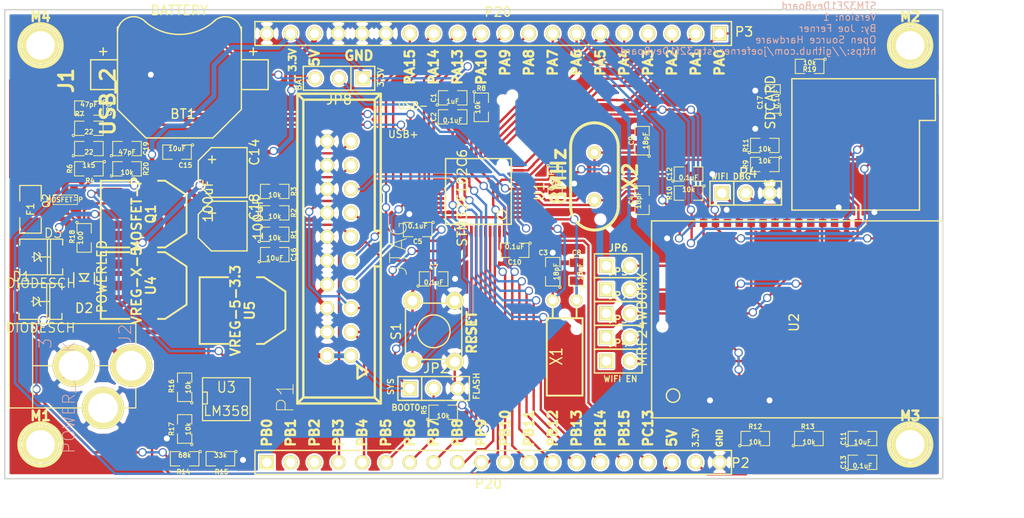
<source format=kicad_pcb>
(kicad_pcb (version 3) (host pcbnew "(2013-feb-26)-testing")
  (layers (15 F.Cu signal) (0 B.Cu signal) (18 B.Paste user) (19 F.Paste user) (20 B.SilkS user) (21 F.SilkS user) (22 B.Mask user) (23 F.Mask user) (28 Edge.Cuts user))
  (net 0 "")
  (net 1 +3.3V)
  (net 2 +5V)
  (net 3 /USBD+)
  (net 4 /USBD-)
  (net 5 GND)
  (net 6 JTCK)
  (net 7 JTDI)
  (net 8 JTDO)
  (net 9 JTMS)
  (net 10 MISO)
  (net 11 MOSI)
  (net 12 N-000001)
  (net 13 N-0000010)
  (net 14 N-0000011)
  (net 15 N-0000013)
  (net 16 N-0000019)
  (net 17 N-000002)
  (net 18 N-0000020)
  (net 19 N-0000022)
  (net 20 N-000003)
  (net 21 N-0000031)
  (net 22 N-0000038)
  (net 23 N-0000039)
  (net 24 N-000004)
  (net 25 N-0000040)
  (net 26 N-0000045)
  (net 27 N-0000048)
  (net 28 N-0000049)
  (net 29 N-000005)
  (net 30 N-0000051)
  (net 31 N-0000052)
  (net 32 N-0000053)
  (net 33 N-0000054)
  (net 34 N-0000055)
  (net 35 N-0000056)
  (net 36 N-0000057)
  (net 37 N-0000058)
  (net 38 N-0000059)
  (net 39 N-000006)
  (net 40 N-0000063)
  (net 41 N-0000064)
  (net 42 N-000007)
  (net 43 N-0000075)
  (net 44 N-0000076)
  (net 45 N-0000077)
  (net 46 N-0000079)
  (net 47 N-000008)
  (net 48 N-0000080)
  (net 49 N-0000081)
  (net 50 N-0000082)
  (net 51 N-000009)
  (net 52 RX1)
  (net 53 RX2)
  (net 54 SCK)
  (net 55 SDCS)
  (net 56 TX1)
  (net 57 TX2)
  (net 58 USBDISC)
  (net 59 VBAT)
  (net 60 VIN)
  (net 61 VUSB)
  (net 62 WIFIHIBERNATE)
  (net 63 nJTRST)
  (net 64 nRST)
  (net 65 nWIFICS)
  (net 66 nWIFIINT)
  (net 67 nWIFIRESET)
  (net 68 nWIFIWP)
  (module PIN_ARRAY_20X1 (layer F.Cu) (at 150.8 148.26)
    (fp_text reference P2 (at 27.635 0.076) (layer F.SilkS))
    (fp_text value P20 (at 0.762 2.286) (layer F.SilkS))
    (pad 1 thru_hole rect (at -22.86 0) (size 1.524 1.524) (drill 1.016) (layers *.Cu *.Mask F.SilkS) (net 24 N-000004))
    (pad 2 thru_hole circle (at -20.32 0) (size 1.524 1.524) (drill 1.016) (layers *.Cu *.Mask F.SilkS) (net 17 N-000002))
    (pad 3 thru_hole circle (at -17.78 0) (size 1.524 1.524) (drill 1.016) (layers *.Cu *.Mask F.SilkS) (net 21 N-0000031))
    (pad 4 thru_hole circle (at -15.24 0) (size 1.524 1.524) (drill 1.016) (layers *.Cu *.Mask F.SilkS) (net 8 JTDO))
    (pad 5 thru_hole circle (at -12.7 0) (size 1.524 1.524) (drill 1.016) (layers *.Cu *.Mask F.SilkS) (net 63 nJTRST))
    (pad 6 thru_hole circle (at -10.16 0) (size 1.524 1.524) (drill 1.016) (layers *.Cu *.Mask F.SilkS) (net 14 N-0000011))
    (pad 7 thru_hole circle (at -7.62 0) (size 1.524 1.524) (drill 1.016) (layers *.Cu *.Mask F.SilkS) (net 13 N-0000010))
    (pad 8 thru_hole circle (at -5.08 0) (size 1.524 1.524) (drill 1.016) (layers *.Cu *.Mask F.SilkS) (net 47 N-000008))
    (pad 9 thru_hole circle (at -2.54 0) (size 1.524 1.524) (drill 1.016) (layers *.Cu *.Mask F.SilkS) (net 42 N-000007))
    (pad 10 thru_hole circle (at 0 0) (size 1.524 1.524) (drill 1.016) (layers *.Cu *.Mask F.SilkS) (net 58 USBDISC))
    (pad 11 thru_hole circle (at 2.54 0) (size 1.524 1.524) (drill 1.016) (layers *.Cu *.Mask F.SilkS) (net 65 nWIFICS))
    (pad 12 thru_hole circle (at 5.08 0) (size 1.524 1.524) (drill 1.016) (layers *.Cu *.Mask F.SilkS) (net 68 nWIFIWP))
    (pad 13 thru_hole circle (at 7.62 0) (size 1.524 1.524) (drill 1.016) (layers *.Cu *.Mask F.SilkS) (net 62 WIFIHIBERNATE))
    (pad 14 thru_hole circle (at 10.16 0) (size 1.524 1.524) (drill 1.016) (layers *.Cu *.Mask F.SilkS) (net 39 N-000006))
    (pad 15 thru_hole circle (at 12.7 0) (size 1.524 1.524) (drill 1.016) (layers *.Cu *.Mask F.SilkS) (net 29 N-000005))
    (pad 16 thru_hole circle (at 15.24 0) (size 1.524 1.524) (drill 1.016) (layers *.Cu *.Mask F.SilkS) (net 20 N-000003))
    (pad 17 thru_hole circle (at 17.78 0) (size 1.524 1.524) (drill 1.016) (layers *.Cu *.Mask F.SilkS) (net 51 N-000009))
    (pad 18 thru_hole circle (at 20.32 0) (size 1.524 1.524) (drill 1.016) (layers *.Cu *.Mask F.SilkS) (net 2 +5V))
    (pad 19 thru_hole circle (at 22.86 0) (size 1.524 1.524) (drill 1.016) (layers *.Cu *.Mask F.SilkS) (net 1 +3.3V))
    (pad 20 thru_hole circle (at 25.4 0) (size 1.524 1.524) (drill 1.016) (layers *.Cu *.Mask F.SilkS) (net 5 GND))
  )
  (module PIN_ARRAY_20X1 (layer F.Cu) (at 153.34 102.54 180)
    (fp_text reference P3 (at -25.476 0.178 180) (layer F.SilkS))
    (fp_text value P20 (at 0.762 2.286 180) (layer F.SilkS))
    (pad 1 thru_hole rect (at -22.86 0 180) (size 1.524 1.524) (drill 1.016) (layers *.Cu *.Mask F.SilkS) (net 55 SDCS))
    (pad 2 thru_hole circle (at -20.32 0 180) (size 1.524 1.524) (drill 1.016) (layers *.Cu *.Mask F.SilkS) (net 67 nWIFIRESET))
    (pad 3 thru_hole circle (at -17.78 0 180) (size 1.524 1.524) (drill 1.016) (layers *.Cu *.Mask F.SilkS) (net 57 TX2))
    (pad 4 thru_hole circle (at -15.24 0 180) (size 1.524 1.524) (drill 1.016) (layers *.Cu *.Mask F.SilkS) (net 53 RX2))
    (pad 5 thru_hole circle (at -12.7 0 180) (size 1.524 1.524) (drill 1.016) (layers *.Cu *.Mask F.SilkS) (net 66 nWIFIINT))
    (pad 6 thru_hole circle (at -10.16 0 180) (size 1.524 1.524) (drill 1.016) (layers *.Cu *.Mask F.SilkS) (net 54 SCK))
    (pad 7 thru_hole circle (at -7.62 0 180) (size 1.524 1.524) (drill 1.016) (layers *.Cu *.Mask F.SilkS) (net 10 MISO))
    (pad 8 thru_hole circle (at -5.08 0 180) (size 1.524 1.524) (drill 1.016) (layers *.Cu *.Mask F.SilkS) (net 11 MOSI))
    (pad 9 thru_hole circle (at -2.54 0 180) (size 1.524 1.524) (drill 1.016) (layers *.Cu *.Mask F.SilkS) (net 12 N-000001))
    (pad 10 thru_hole circle (at 0 0 180) (size 1.524 1.524) (drill 1.016) (layers *.Cu *.Mask F.SilkS) (net 56 TX1))
    (pad 11 thru_hole circle (at 2.54 0 180) (size 1.524 1.524) (drill 1.016) (layers *.Cu *.Mask F.SilkS) (net 52 RX1))
    (pad 12 thru_hole circle (at 5.08 0 180) (size 1.524 1.524) (drill 1.016) (layers *.Cu *.Mask F.SilkS) (net 9 JTMS))
    (pad 13 thru_hole circle (at 7.62 0 180) (size 1.524 1.524) (drill 1.016) (layers *.Cu *.Mask F.SilkS) (net 6 JTCK))
    (pad 14 thru_hole circle (at 10.16 0 180) (size 1.524 1.524) (drill 1.016) (layers *.Cu *.Mask F.SilkS) (net 7 JTDI))
    (pad 15 thru_hole circle (at 12.7 0 180) (size 1.524 1.524) (drill 1.016) (layers *.Cu *.Mask F.SilkS) (net 5 GND))
    (pad 16 thru_hole circle (at 15.24 0 180) (size 1.524 1.524) (drill 1.016) (layers *.Cu *.Mask F.SilkS) (net 5 GND))
    (pad 17 thru_hole circle (at 17.78 0 180) (size 1.524 1.524) (drill 1.016) (layers *.Cu *.Mask F.SilkS) (net 5 GND))
    (pad 18 thru_hole circle (at 20.32 0 180) (size 1.524 1.524) (drill 1.016) (layers *.Cu *.Mask F.SilkS) (net 2 +5V))
    (pad 19 thru_hole circle (at 22.86 0 180) (size 1.524 1.524) (drill 1.016) (layers *.Cu *.Mask F.SilkS) (net 1 +3.3V))
    (pad 20 thru_hole circle (at 25.4 0 180) (size 1.524 1.524) (drill 1.016) (layers *.Cu *.Mask F.SilkS) (net 5 GND))
  )
  (module SOT223 (layer F.Cu) (at 125.349 132.08 270)
    (fp_text reference U5 (at 0 -0.762 270) (layer F.SilkS) (effects (font (size 1.016 1.016) (thickness 0.2032))))
    (fp_text value VREG-5-3.3 (at 0 0.762 270) (layer F.SilkS) (effects (font (size 1.016 1.016) (thickness 0.2032))))
    (pad 4 smd rect (at 0 -3.302 270) (size 3.6576 2.032) (layers F.Cu F.Paste F.Mask) (net 1 +3.3V))
    (pad 2 smd rect (at 0 3.302 270) (size 1.016 2.032) (layers F.Cu F.Paste F.Mask) (net 1 +3.3V))
    (pad 3 smd rect (at 2.286 3.302 270) (size 1.016 2.032) (layers F.Cu F.Paste F.Mask) (net 2 +5V))
    (pad 1 smd rect (at -2.286 3.302 270) (size 1.016 2.032) (layers F.Cu F.Paste F.Mask) (net 5 GND))
  )
  (module SOT223 (layer F.Cu) (at 114.808 129.413 270)
    (fp_text reference U4 (at 0 -0.762 270) (layer F.SilkS) (effects (font (size 1.016 1.016) (thickness 0.2032))))
    (fp_text value VREG-X-5 (at 0 0.762 270) (layer F.SilkS) (effects (font (size 1.016 1.016) (thickness 0.2032))))
    (pad 4 smd rect (at 0 -3.302 270) (size 3.6576 2.032) (layers F.Cu F.Paste F.Mask) (net 5 GND))
    (pad 2 smd rect (at 0 3.302 270) (size 1.016 2.032) (layers F.Cu F.Paste F.Mask) (net 5 GND))
    (pad 3 smd rect (at 2.286 3.302 270) (size 1.016 2.032) (layers F.Cu F.Paste F.Mask) (net 2 +5V))
    (pad 1 smd rect (at -2.286 3.302 270) (size 1.016 2.032) (layers F.Cu F.Paste F.Mask) (net 60 VIN))
  )
  (module SO8N (layer F.Cu) (at 123.622 141.529)
    (fp_text reference U3 (at 0 -1.27) (layer F.SilkS) (effects (font (size 1.143 1.016) (thickness 0.127))))
    (fp_text value LM358 (at 0 1.27) (layer F.SilkS) (effects (font (size 1.016 1.016) (thickness 0.127))))
    (pad 8 smd rect (at -1.905 -3.175) (size 0.508 1.143) (layers F.Cu F.Paste F.Mask) (net 2 +5V))
    (pad 7 smd rect (at -0.635 -3.175) (size 0.508 1.143) (layers F.Cu F.Paste F.Mask) (net 48 N-0000080))
    (pad 6 smd rect (at 0.635 -3.175) (size 0.508 1.143) (layers F.Cu F.Paste F.Mask) (net 48 N-0000080))
    (pad 5 smd rect (at 1.905 -3.175) (size 0.508 1.143) (layers F.Cu F.Paste F.Mask) (net 46 N-0000079))
    (pad 4 smd rect (at 1.905 3.175) (size 0.508 1.143) (layers F.Cu F.Paste F.Mask) (net 5 GND))
    (pad 3 smd rect (at 0.635 3.175) (size 0.508 1.143) (layers F.Cu F.Paste F.Mask) (net 44 N-0000076))
    (pad 2 smd rect (at -0.635 3.175) (size 0.508 1.143) (layers F.Cu F.Paste F.Mask) (net 45 N-0000077))
    (pad 1 smd rect (at -1.905 3.175) (size 0.508 1.143) (layers F.Cu F.Paste F.Mask) (net 46 N-0000079))
  )
  (module SM0805 (layer F.Cu) (at 150.8 110.414 270)
    (fp_text reference R8 (at -2.032 0 360) (layer F.SilkS) (effects (font (size 0.50038 0.50038) (thickness 0.10922))))
    (fp_text value 10k (at 0 0.381 270) (layer F.SilkS) (effects (font (size 0.50038 0.50038) (thickness 0.10922))))
    (pad 1 smd rect (at -0.9525 0 270) (size 0.889 1.397) (layers F.Cu F.Paste F.Mask) (net 5 GND))
    (pad 2 smd rect (at 0.9525 0 270) (size 0.889 1.397) (layers F.Cu F.Paste F.Mask) (net 21 N-0000031))
  )
  (module SM0805 (layer F.Cu) (at 180.01 145.72)
    (fp_text reference R12 (at 0 -1.27) (layer F.SilkS) (effects (font (size 0.50038 0.50038) (thickness 0.10922))))
    (fp_text value 10k (at 0 0.381) (layer F.SilkS) (effects (font (size 0.50038 0.50038) (thickness 0.10922))))
    (pad 1 smd rect (at -0.9525 0) (size 0.889 1.397) (layers F.Cu F.Paste F.Mask) (net 36 N-0000057))
    (pad 2 smd rect (at 0.9525 0) (size 0.889 1.397) (layers F.Cu F.Paste F.Mask) (net 1 +3.3V))
  )
  (module SM0805 (layer F.Cu) (at 172.898 119.558 180)
    (fp_text reference R10 (at 2.032 0 270) (layer F.SilkS) (effects (font (size 0.50038 0.50038) (thickness 0.10922))))
    (fp_text value 10k (at 0 0.381 180) (layer F.SilkS) (effects (font (size 0.50038 0.50038) (thickness 0.10922))))
    (pad 1 smd rect (at -0.9525 0 180) (size 0.889 1.397) (layers F.Cu F.Paste F.Mask) (net 38 N-0000059))
    (pad 2 smd rect (at 0.9525 0 180) (size 0.889 1.397) (layers F.Cu F.Paste F.Mask) (net 1 +3.3V))
  )
  (module SM0805 (layer F.Cu) (at 181.026 116.51 180)
    (fp_text reference R9 (at 2.032 0 270) (layer F.SilkS) (effects (font (size 0.50038 0.50038) (thickness 0.10922))))
    (fp_text value 10k (at 0 0.381 180) (layer F.SilkS) (effects (font (size 0.50038 0.50038) (thickness 0.10922))))
    (pad 1 smd rect (at -0.9525 0 180) (size 0.889 1.397) (layers F.Cu F.Paste F.Mask) (net 37 N-0000058))
    (pad 2 smd rect (at 0.9525 0 180) (size 0.889 1.397) (layers F.Cu F.Paste F.Mask) (net 1 +3.3V))
  )
  (module SM0805 (layer F.Cu) (at 154.356 125.654 180)
    (fp_text reference C10 (at 0 -1.27 180) (layer F.SilkS) (effects (font (size 0.50038 0.50038) (thickness 0.10922))))
    (fp_text value 0.1uF (at 0 0.381 180) (layer F.SilkS) (effects (font (size 0.50038 0.50038) (thickness 0.10922))))
    (pad 1 smd rect (at -0.9525 0 180) (size 0.889 1.397) (layers F.Cu F.Paste F.Mask) (net 1 +3.3V))
    (pad 2 smd rect (at 0.9525 0 180) (size 0.889 1.397) (layers F.Cu F.Paste F.Mask) (net 5 GND))
  )
  (module SM0805 (layer F.Cu) (at 185.725 145.72)
    (fp_text reference R13 (at -0.127 -1.27) (layer F.SilkS) (effects (font (size 0.50038 0.50038) (thickness 0.10922))))
    (fp_text value 10k (at 0 0.381) (layer F.SilkS) (effects (font (size 0.50038 0.50038) (thickness 0.10922))))
    (pad 1 smd rect (at -0.9525 0) (size 0.889 1.397) (layers F.Cu F.Paste F.Mask) (net 5 GND))
    (pad 2 smd rect (at 0.9525 0) (size 0.889 1.397) (layers F.Cu F.Paste F.Mask) (net 34 N-0000055))
  )
  (module SM0805 (layer F.Cu) (at 181.026 114.478)
    (fp_text reference R11 (at -2.032 0 90) (layer F.SilkS) (effects (font (size 0.50038 0.50038) (thickness 0.10922))))
    (fp_text value 10k (at 0 0.381) (layer F.SilkS) (effects (font (size 0.50038 0.50038) (thickness 0.10922))))
    (pad 1 smd rect (at -0.9525 0) (size 0.889 1.397) (layers F.Cu F.Paste F.Mask) (net 5 GND))
    (pad 2 smd rect (at 0.9525 0) (size 0.889 1.397) (layers F.Cu F.Paste F.Mask) (net 35 N-0000056))
  )
  (module SM0805 (layer F.Cu) (at 191.44 145.72)
    (fp_text reference C11 (at -2.032 0 90) (layer F.SilkS) (effects (font (size 0.50038 0.50038) (thickness 0.10922))))
    (fp_text value 10uF (at 0 0.381) (layer F.SilkS) (effects (font (size 0.50038 0.50038) (thickness 0.10922))))
    (pad 1 smd rect (at -0.9525 0) (size 0.889 1.397) (layers F.Cu F.Paste F.Mask) (net 1 +3.3V))
    (pad 2 smd rect (at 0.9525 0) (size 0.889 1.397) (layers F.Cu F.Paste F.Mask) (net 5 GND))
  )
  (module SM0805 (layer F.Cu) (at 172.898 117.526)
    (fp_text reference C12 (at -2.032 0 90) (layer F.SilkS) (effects (font (size 0.50038 0.50038) (thickness 0.10922))))
    (fp_text value 0.1uF (at 0 0.381) (layer F.SilkS) (effects (font (size 0.50038 0.50038) (thickness 0.10922))))
    (pad 1 smd rect (at -0.9525 0) (size 0.889 1.397) (layers F.Cu F.Paste F.Mask) (net 1 +3.3V))
    (pad 2 smd rect (at 0.9525 0) (size 0.889 1.397) (layers F.Cu F.Paste F.Mask) (net 5 GND))
  )
  (module SM0805 (layer F.Cu) (at 191.44 148.26)
    (fp_text reference C13 (at -2.032 0 90) (layer F.SilkS) (effects (font (size 0.50038 0.50038) (thickness 0.10922))))
    (fp_text value 0.1uF (at 0 0.381) (layer F.SilkS) (effects (font (size 0.50038 0.50038) (thickness 0.10922))))
    (pad 1 smd rect (at -0.9525 0) (size 0.889 1.397) (layers F.Cu F.Paste F.Mask) (net 1 +3.3V))
    (pad 2 smd rect (at 0.9525 0) (size 0.889 1.397) (layers F.Cu F.Paste F.Mask) (net 5 GND))
  )
  (module SM0805 (layer F.Cu) (at 118.364 115.189 180)
    (fp_text reference C15 (at -0.889 -1.397 180) (layer F.SilkS) (effects (font (size 0.50038 0.50038) (thickness 0.10922))))
    (fp_text value 10uF (at 0 0.381 180) (layer F.SilkS) (effects (font (size 0.50038 0.50038) (thickness 0.10922))))
    (pad 1 smd rect (at -0.9525 0 180) (size 0.889 1.397) (layers F.Cu F.Paste F.Mask) (net 2 +5V))
    (pad 2 smd rect (at 0.9525 0 180) (size 0.889 1.397) (layers F.Cu F.Paste F.Mask) (net 5 GND))
  )
  (module SM0805 (layer F.Cu) (at 119.177 140.259 90)
    (fp_text reference R16 (at 0.127 -1.397 90) (layer F.SilkS) (effects (font (size 0.50038 0.50038) (thickness 0.10922))))
    (fp_text value 10k (at 0 0.381 90) (layer F.SilkS) (effects (font (size 0.50038 0.50038) (thickness 0.10922))))
    (pad 1 smd rect (at -0.9525 0 90) (size 0.889 1.397) (layers F.Cu F.Paste F.Mask) (net 45 N-0000077))
    (pad 2 smd rect (at 0.9525 0 90) (size 0.889 1.397) (layers F.Cu F.Paste F.Mask) (net 2 +5V))
  )
  (module SM0805 (layer F.Cu) (at 119.177 144.704 90)
    (fp_text reference R17 (at 0 -1.397 90) (layer F.SilkS) (effects (font (size 0.50038 0.50038) (thickness 0.10922))))
    (fp_text value 10k (at 0 0.381 90) (layer F.SilkS) (effects (font (size 0.50038 0.50038) (thickness 0.10922))))
    (pad 1 smd rect (at -0.9525 0 90) (size 0.889 1.397) (layers F.Cu F.Paste F.Mask) (net 5 GND))
    (pad 2 smd rect (at 0.9525 0 90) (size 0.889 1.397) (layers F.Cu F.Paste F.Mask) (net 45 N-0000077))
  )
  (module SM0805 (layer F.Cu) (at 119.177 147.879 180)
    (fp_text reference R14 (at 0.127 -1.397 180) (layer F.SilkS) (effects (font (size 0.50038 0.50038) (thickness 0.10922))))
    (fp_text value 68k (at 0 0.381 180) (layer F.SilkS) (effects (font (size 0.50038 0.50038) (thickness 0.10922))))
    (pad 1 smd rect (at -0.9525 0 180) (size 0.889 1.397) (layers F.Cu F.Paste F.Mask) (net 44 N-0000076))
    (pad 2 smd rect (at 0.9525 0 180) (size 0.889 1.397) (layers F.Cu F.Paste F.Mask) (net 60 VIN))
  )
  (module SM0805 (layer F.Cu) (at 122.987 147.879 180)
    (fp_text reference R15 (at -0.127 -1.397 180) (layer F.SilkS) (effects (font (size 0.50038 0.50038) (thickness 0.10922))))
    (fp_text value 33k (at 0 0.381 180) (layer F.SilkS) (effects (font (size 0.50038 0.50038) (thickness 0.10922))))
    (pad 1 smd rect (at -0.9525 0 180) (size 0.889 1.397) (layers F.Cu F.Paste F.Mask) (net 5 GND))
    (pad 2 smd rect (at 0.9525 0 180) (size 0.889 1.397) (layers F.Cu F.Paste F.Mask) (net 44 N-0000076))
  )
  (module SM0805 (layer F.Cu) (at 128.778 126.111)
    (fp_text reference C16 (at 2.032 0 90) (layer F.SilkS) (effects (font (size 0.50038 0.50038) (thickness 0.10922))))
    (fp_text value 10uF (at 0 0.381) (layer F.SilkS) (effects (font (size 0.50038 0.50038) (thickness 0.10922))))
    (pad 1 smd rect (at -0.9525 0) (size 0.889 1.397) (layers F.Cu F.Paste F.Mask) (net 1 +3.3V))
    (pad 2 smd rect (at 0.9525 0) (size 0.889 1.397) (layers F.Cu F.Paste F.Mask) (net 5 GND))
  )
  (module SM0805 (layer F.Cu) (at 108.458 124.333 270)
    (fp_text reference R18 (at -0.127 1.27 270) (layer F.SilkS) (effects (font (size 0.50038 0.50038) (thickness 0.10922))))
    (fp_text value 100 (at 0 0.381 270) (layer F.SilkS) (effects (font (size 0.50038 0.50038) (thickness 0.10922))))
    (pad 1 smd rect (at -0.9525 0 270) (size 0.889 1.397) (layers F.Cu F.Paste F.Mask) (net 1 +3.3V))
    (pad 2 smd rect (at 0.9525 0 270) (size 0.889 1.397) (layers F.Cu F.Paste F.Mask) (net 43 N-0000075))
  )
  (module SM0805 (layer F.Cu) (at 181.915 109.525 90)
    (fp_text reference C17 (at -0.381 -1.397 90) (layer F.SilkS) (effects (font (size 0.50038 0.50038) (thickness 0.10922))))
    (fp_text value 0.1uF (at 0 0.381 90) (layer F.SilkS) (effects (font (size 0.50038 0.50038) (thickness 0.10922))))
    (pad 1 smd rect (at -0.9525 0 90) (size 0.889 1.397) (layers F.Cu F.Paste F.Mask) (net 1 +3.3V))
    (pad 2 smd rect (at 0.9525 0 90) (size 0.889 1.397) (layers F.Cu F.Paste F.Mask) (net 5 GND))
  )
  (module SM0805 (layer F.Cu) (at 128.778 119.38)
    (fp_text reference R3 (at 2.032 0 90) (layer F.SilkS) (effects (font (size 0.50038 0.50038) (thickness 0.10922))))
    (fp_text value 10k (at 0 0.381) (layer F.SilkS) (effects (font (size 0.50038 0.50038) (thickness 0.10922))))
    (pad 1 smd rect (at -0.9525 0) (size 0.889 1.397) (layers F.Cu F.Paste F.Mask) (net 5 GND))
    (pad 2 smd rect (at 0.9525 0) (size 0.889 1.397) (layers F.Cu F.Paste F.Mask) (net 23 N-0000039))
  )
  (module SM0805 (layer F.Cu) (at 147.752 111.43)
    (fp_text reference C2 (at -2.032 0 90) (layer F.SilkS) (effects (font (size 0.50038 0.50038) (thickness 0.10922))))
    (fp_text value 0.1uF (at 0 0.381) (layer F.SilkS) (effects (font (size 0.50038 0.50038) (thickness 0.10922))))
    (pad 1 smd rect (at -0.9525 0) (size 0.889 1.397) (layers F.Cu F.Paste F.Mask) (net 1 +3.3V))
    (pad 2 smd rect (at 0.9525 0) (size 0.889 1.397) (layers F.Cu F.Paste F.Mask) (net 5 GND))
  )
  (module SM0805 (layer F.Cu) (at 144.018 123.444 180)
    (fp_text reference C5 (at 0 -1.27 180) (layer F.SilkS) (effects (font (size 0.50038 0.50038) (thickness 0.10922))))
    (fp_text value 0.1uF (at 0 0.381 180) (layer F.SilkS) (effects (font (size 0.50038 0.50038) (thickness 0.10922))))
    (pad 1 smd rect (at -0.9525 0 180) (size 0.889 1.397) (layers F.Cu F.Paste F.Mask) (net 1 +3.3V))
    (pad 2 smd rect (at 0.9525 0 180) (size 0.889 1.397) (layers F.Cu F.Paste F.Mask) (net 5 GND))
  )
  (module SM0805 (layer F.Cu) (at 145.72 128.702)
    (fp_text reference C7 (at 0 -1.27) (layer F.SilkS) (effects (font (size 0.50038 0.50038) (thickness 0.10922))))
    (fp_text value 0.1uF (at 0 0.381) (layer F.SilkS) (effects (font (size 0.50038 0.50038) (thickness 0.10922))))
    (pad 1 smd rect (at -0.9525 0) (size 0.889 1.397) (layers F.Cu F.Paste F.Mask) (net 64 nRST))
    (pad 2 smd rect (at 0.9525 0) (size 0.889 1.397) (layers F.Cu F.Paste F.Mask) (net 5 GND))
  )
  (module SM0805 (layer F.Cu) (at 167.945 120.32 270)
    (fp_text reference C4 (at 0 1.143 270) (layer F.SilkS) (effects (font (size 0.50038 0.50038) (thickness 0.10922))))
    (fp_text value 18pF (at 0 0.381 270) (layer F.SilkS) (effects (font (size 0.50038 0.50038) (thickness 0.10922))))
    (pad 1 smd rect (at -0.9525 0 270) (size 0.889 1.397) (layers F.Cu F.Paste F.Mask) (net 28 N-0000049))
    (pad 2 smd rect (at 0.9525 0 270) (size 0.889 1.397) (layers F.Cu F.Paste F.Mask) (net 5 GND))
  )
  (module SM0805 (layer F.Cu) (at 167.945 113.97 90)
    (fp_text reference C9 (at 0 -1.143 90) (layer F.SilkS) (effects (font (size 0.50038 0.50038) (thickness 0.10922))))
    (fp_text value 18pF (at 0 0.381 90) (layer F.SilkS) (effects (font (size 0.50038 0.50038) (thickness 0.10922))))
    (pad 1 smd rect (at -0.9525 0 90) (size 0.889 1.397) (layers F.Cu F.Paste F.Mask) (net 33 N-0000054))
    (pad 2 smd rect (at 0.9525 0 90) (size 0.889 1.397) (layers F.Cu F.Paste F.Mask) (net 5 GND))
  )
  (module SM0805 (layer F.Cu) (at 158.42 127.94 90)
    (fp_text reference C3 (at 2.032 -1.016 180) (layer F.SilkS) (effects (font (size 0.50038 0.50038) (thickness 0.10922))))
    (fp_text value 18pF (at 0 0.381 90) (layer F.SilkS) (effects (font (size 0.50038 0.50038) (thickness 0.10922))))
    (pad 1 smd rect (at -0.9525 0 90) (size 0.889 1.397) (layers F.Cu F.Paste F.Mask) (net 15 N-0000013))
    (pad 2 smd rect (at 0.9525 0 90) (size 0.889 1.397) (layers F.Cu F.Paste F.Mask) (net 5 GND))
  )
  (module SM0805 (layer F.Cu) (at 160.96 127.94 90)
    (fp_text reference C8 (at 2.032 0 180) (layer F.SilkS) (effects (font (size 0.50038 0.50038) (thickness 0.10922))))
    (fp_text value 18pF (at 0 0.381 90) (layer F.SilkS) (effects (font (size 0.50038 0.50038) (thickness 0.10922))))
    (pad 1 smd rect (at -0.9525 0 90) (size 0.889 1.397) (layers F.Cu F.Paste F.Mask) (net 27 N-0000048))
    (pad 2 smd rect (at 0.9525 0 90) (size 0.889 1.397) (layers F.Cu F.Paste F.Mask) (net 5 GND))
  )
  (module SM0805 (layer F.Cu) (at 146.736 142.926)
    (fp_text reference R5 (at -2.032 -0.254 90) (layer F.SilkS) (effects (font (size 0.50038 0.50038) (thickness 0.10922))))
    (fp_text value 10k (at 0 0.381) (layer F.SilkS) (effects (font (size 0.50038 0.50038) (thickness 0.10922))))
    (pad 1 smd rect (at -0.9525 0) (size 0.889 1.397) (layers F.Cu F.Paste F.Mask) (net 31 N-0000052))
    (pad 2 smd rect (at 0.9525 0) (size 0.889 1.397) (layers F.Cu F.Paste F.Mask) (net 30 N-0000051))
  )
  (module SM0805 (layer F.Cu) (at 128.778 121.666)
    (fp_text reference R2 (at 2.032 0 90) (layer F.SilkS) (effects (font (size 0.50038 0.50038) (thickness 0.10922))))
    (fp_text value 10k (at 0 0.381) (layer F.SilkS) (effects (font (size 0.50038 0.50038) (thickness 0.10922))))
    (pad 1 smd rect (at -0.9525 0) (size 0.889 1.397) (layers F.Cu F.Paste F.Mask) (net 5 GND))
    (pad 2 smd rect (at 0.9525 0) (size 0.889 1.397) (layers F.Cu F.Paste F.Mask) (net 25 N-0000040))
  )
  (module SM0805 (layer F.Cu) (at 128.778 123.952)
    (fp_text reference R1 (at 2.032 0 90) (layer F.SilkS) (effects (font (size 0.50038 0.50038) (thickness 0.10922))))
    (fp_text value 10k (at 0 0.381) (layer F.SilkS) (effects (font (size 0.50038 0.50038) (thickness 0.10922))))
    (pad 1 smd rect (at -0.9525 0) (size 0.889 1.397) (layers F.Cu F.Paste F.Mask) (net 5 GND))
    (pad 2 smd rect (at 0.9525 0) (size 0.889 1.397) (layers F.Cu F.Paste F.Mask) (net 22 N-0000038))
  )
  (module SM0805 (layer F.Cu) (at 147.752 109.398)
    (fp_text reference C1 (at -2.032 0 90) (layer F.SilkS) (effects (font (size 0.50038 0.50038) (thickness 0.10922))))
    (fp_text value 1uF (at 0 0.381) (layer F.SilkS) (effects (font (size 0.50038 0.50038) (thickness 0.10922))))
    (pad 1 smd rect (at -0.9525 0) (size 0.889 1.397) (layers F.Cu F.Paste F.Mask) (net 1 +3.3V))
    (pad 2 smd rect (at 0.9525 0) (size 0.889 1.397) (layers F.Cu F.Paste F.Mask) (net 5 GND))
  )
  (module SM0805 (layer F.Cu) (at 108.966 114.808)
    (fp_text reference R6 (at -2.032 2.159 90) (layer F.SilkS) (effects (font (size 0.50038 0.50038) (thickness 0.10922))))
    (fp_text value 22 (at 0 0.381) (layer F.SilkS) (effects (font (size 0.50038 0.50038) (thickness 0.10922))))
    (pad 1 smd rect (at -0.9525 0) (size 0.889 1.397) (layers F.Cu F.Paste F.Mask) (net 3 /USBD+))
    (pad 2 smd rect (at 0.9525 0) (size 0.889 1.397) (layers F.Cu F.Paste F.Mask) (net 32 N-0000053))
  )
  (module SM0805 (layer F.Cu) (at 108.966 112.649)
    (fp_text reference R7 (at -1.016 -1.524) (layer F.SilkS) (effects (font (size 0.50038 0.50038) (thickness 0.10922))))
    (fp_text value 22 (at 0 0.381) (layer F.SilkS) (effects (font (size 0.50038 0.50038) (thickness 0.10922))))
    (pad 1 smd rect (at -0.9525 0) (size 0.889 1.397) (layers F.Cu F.Paste F.Mask) (net 4 /USBD-))
    (pad 2 smd rect (at 0.9525 0) (size 0.889 1.397) (layers F.Cu F.Paste F.Mask) (net 26 N-0000045))
  )
  (module SM0805 (layer F.Cu) (at 108.966 116.967 180)
    (fp_text reference R4 (at -0.127 -1.27 180) (layer F.SilkS) (effects (font (size 0.50038 0.50038) (thickness 0.10922))))
    (fp_text value 1k5 (at 0 0.381 180) (layer F.SilkS) (effects (font (size 0.50038 0.50038) (thickness 0.10922))))
    (pad 1 smd rect (at -0.9525 0 180) (size 0.889 1.397) (layers F.Cu F.Paste F.Mask) (net 32 N-0000053))
    (pad 2 smd rect (at 0.9525 0 180) (size 0.889 1.397) (layers F.Cu F.Paste F.Mask) (net 19 N-0000022))
  )
  (module SM0805 (layer F.Cu) (at 158.674 118.288 270)
    (fp_text reference C6 (at 0 -0.3175 270) (layer F.SilkS) (effects (font (size 0.50038 0.50038) (thickness 0.10922))))
    (fp_text value 0.1uF (at 0 0.381 270) (layer F.SilkS) (effects (font (size 0.50038 0.50038) (thickness 0.10922))))
    (pad 1 smd rect (at -0.9525 0 270) (size 0.889 1.397) (layers F.Cu F.Paste F.Mask) (net 1 +3.3V))
    (pad 2 smd rect (at 0.9525 0 270) (size 0.889 1.397) (layers F.Cu F.Paste F.Mask) (net 5 GND))
  )
  (module MRF24WB0Mx (layer F.Cu) (at 184.455 133.02 90)
    (fp_text reference U2 (at -0.33 -0.305 90) (layer F.SilkS))
    (fp_text value MRF24WB0MX (at 0 -16.51 90) (layer F.SilkS))
    (pad 1 smd rect (at -10.275 -13.77 90) (size 0.85 0.8) (layers F.Cu F.Paste F.Mask) (net 5 GND))
    (pad 2 smd rect (at -10.275 -12.5 90) (size 0.85 0.8) (layers F.Cu F.Paste F.Mask))
    (pad 3 smd rect (at -10.275 -11.23 90) (size 0.85 0.8) (layers F.Cu F.Paste F.Mask))
    (pad 4 smd rect (at -10.275 -9.96 90) (size 0.85 0.8) (layers F.Cu F.Paste F.Mask) (net 5 GND))
    (pad 5 smd rect (at -10.275 -8.69 90) (size 0.85 0.8) (layers F.Cu F.Paste F.Mask))
    (pad 6 smd rect (at -10.275 -7.42 90) (size 0.85 0.8) (layers F.Cu F.Paste F.Mask))
    (pad 7 smd rect (at -10.275 -6.15 90) (size 0.85 0.8) (layers F.Cu F.Paste F.Mask) (net 36 N-0000057))
    (pad 8 smd rect (at -10.275 -4.88 90) (size 0.85 0.8) (layers F.Cu F.Paste F.Mask))
    (pad 9 smd rect (at -10.275 -3.61 90) (size 0.85 0.8) (layers F.Cu F.Paste F.Mask) (net 5 GND))
    (pad 10 smd rect (at -10.275 -2.34 90) (size 0.85 0.8) (layers F.Cu F.Paste F.Mask) (net 5 GND))
    (pad 11 smd rect (at -10.275 -1.07 90) (size 0.85 0.8) (layers F.Cu F.Paste F.Mask))
    (pad 12 smd rect (at -10.275 0.2 90) (size 0.85 0.8) (layers F.Cu F.Paste F.Mask))
    (pad 13 smd rect (at -10.275 1.47 90) (size 0.85 0.8) (layers F.Cu F.Paste F.Mask))
    (pad 14 smd rect (at -10.275 2.74 90) (size 0.85 0.8) (layers F.Cu F.Paste F.Mask))
    (pad 15 smd rect (at -10.275 4.01 90) (size 0.85 0.8) (layers F.Cu F.Paste F.Mask))
    (pad 16 smd rect (at -10.275 5.28 90) (size 0.85 0.8) (layers F.Cu F.Paste F.Mask) (net 34 N-0000055))
    (pad 17 smd rect (at -10.275 6.55 90) (size 0.85 0.8) (layers F.Cu F.Paste F.Mask) (net 1 +3.3V))
    (pad 18 smd rect (at -10.275 7.82 90) (size 0.85 0.8) (layers F.Cu F.Paste F.Mask) (net 5 GND))
    (pad 19 smd rect (at 10.275 7.82 90) (size 0.85 0.8) (layers F.Cu F.Paste F.Mask) (net 5 GND))
    (pad 20 smd rect (at 10.275 6.55 90) (size 0.85 0.8) (layers F.Cu F.Paste F.Mask) (net 35 N-0000056))
    (pad 21 smd rect (at 10.275 5.28 90) (size 0.85 0.8) (layers F.Cu F.Paste F.Mask) (net 5 GND))
    (pad 22 smd rect (at 10.275 4.01 90) (size 0.85 0.8) (layers F.Cu F.Paste F.Mask))
    (pad 23 smd rect (at 10.275 2.74 90) (size 0.85 0.8) (layers F.Cu F.Paste F.Mask) (net 37 N-0000058))
    (pad 24 smd rect (at 10.275 1.47 90) (size 0.85 0.8) (layers F.Cu F.Paste F.Mask))
    (pad 25 smd rect (at 10.275 0.2 90) (size 0.85 0.8) (layers F.Cu F.Paste F.Mask) (net 5 GND))
    (pad 26 smd rect (at 10.275 -1.07 90) (size 0.85 0.8) (layers F.Cu F.Paste F.Mask) (net 40 N-0000063))
    (pad 27 smd rect (at 10.275 -2.34 90) (size 0.85 0.8) (layers F.Cu F.Paste F.Mask) (net 41 N-0000064))
    (pad 28 smd rect (at 10.275 -3.61 90) (size 0.85 0.8) (layers F.Cu F.Paste F.Mask) (net 5 GND))
    (pad 29 smd rect (at 10.275 -4.88 90) (size 0.85 0.8) (layers F.Cu F.Paste F.Mask) (net 1 +3.3V))
    (pad 30 smd rect (at 10.275 -6.15 90) (size 0.85 0.8) (layers F.Cu F.Paste F.Mask) (net 5 GND))
    (pad 31 smd rect (at 10.275 -7.42 90) (size 0.85 0.8) (layers F.Cu F.Paste F.Mask))
    (pad 32 smd rect (at 10.275 -8.69 90) (size 0.85 0.8) (layers F.Cu F.Paste F.Mask) (net 10 MISO))
    (pad 33 smd rect (at 10.275 -9.96 90) (size 0.85 0.8) (layers F.Cu F.Paste F.Mask) (net 38 N-0000059))
    (pad 34 smd rect (at 10.275 -11.23 90) (size 0.85 0.8) (layers F.Cu F.Paste F.Mask) (net 54 SCK))
    (pad 35 smd rect (at 10.275 -12.5 90) (size 0.85 0.8) (layers F.Cu F.Paste F.Mask) (net 11 MOSI))
    (pad 36 smd rect (at 10.275 -13.77 90) (size 0.85 0.8) (layers F.Cu F.Paste F.Mask) (net 5 GND))
  )
  (module LED-1206 (layer F.Cu) (at 108.458 128.651 270)
    (fp_text reference D2 (at 3.175 0 360) (layer F.SilkS))
    (fp_text value POWERLED (at -0.2 -1.9 270) (layer F.SilkS))
    (pad 2 smd rect (at 1.525 0 270) (size 1.02 1.52) (layers F.Cu F.Paste F.Mask) (net 5 GND))
    (pad 1 smd rect (at -1.525 0 270) (size 1.02 1.52) (layers F.Cu F.Paste F.Mask) (net 43 N-0000075))
  )
  (module HC-49V (layer F.Cu) (at 162.865 117.78 270)
    (fp_text reference X2 (at 0 -3.81 270) (layer F.SilkS) (effects (font (size 1.524 1.524) (thickness 0.3048))))
    (fp_text value 8MHz (at 0 3.81 270) (layer F.SilkS) (effects (font (size 1.524 1.524) (thickness 0.3048))))
    (pad 1 thru_hole circle (at -2.54 0 270) (size 1.4224 1.4224) (drill 0.762) (layers *.Cu F.SilkS B.Mask) (net 33 N-0000054))
    (pad 2 thru_hole circle (at 2.54 0 270) (size 1.4224 1.4224) (drill 0.762) (layers *.Cu F.SilkS B.Mask) (net 28 N-0000049))
  )
  (module "DO-214AC(SMA)" (layer F.Cu) (at 103.81 131.115)
    (fp_text reference D1 (at -2.032 -2.667) (layer F.SilkS) (effects (font (size 1.00076 1.00076) (thickness 0.11938))))
    (fp_text value DIODESCH (at 0 2.79908) (layer F.SilkS) (effects (font (size 1.00076 1.00076) (thickness 0.11938))))
    (pad 1 smd rect (at -1.89992 0) (size 1.6002 2.19964) (layers F.Cu F.Paste F.Mask) (net 50 N-0000082))
    (pad 2 smd rect (at 1.89992 0) (size 1.6002 2.19964) (layers F.Cu F.Paste F.Mask) (net 60 VIN))
  )
  (module CAP-CAN-5mm (layer F.Cu) (at 123.19 117.348 270)
    (fp_text reference C14 (at -2.159 -3.429 270) (layer F.SilkS))
    (fp_text value 100uF (at 3.048 1.524 270) (layer F.SilkS))
    (fp_text user + (at -1.37 1.17 270) (layer F.SilkS))
    (pad 1 smd rect (at 0.01 1.85 270) (size 0.65 2.2) (layers F.Cu F.Paste F.Mask) (net 2 +5V))
    (pad 2 smd rect (at 0.01 -1.85 270) (size 0.65 2.2) (layers F.Cu F.Paste F.Mask) (net 5 GND))
  )
  (module QFP48 (layer F.Cu) (at 150.495 119.38 90)
    (fp_text reference U1 (at 0 6.5 90) (layer F.SilkS))
    (fp_text value STM32F102C6 (at -0.686 -1.727 90) (layer F.SilkS))
    (pad 1 smd rect (at -2.75 4.25 90) (size 0.3 1.2) (layers F.Cu F.Paste F.Mask) (net 59 VBAT))
    (pad 2 smd rect (at -2.25 4.25 90) (size 0.3 1.2) (layers F.Cu F.Paste F.Mask) (net 51 N-000009))
    (pad 3 smd rect (at -1.75 4.25 90) (size 0.3 1.2) (layers F.Cu F.Paste F.Mask) (net 15 N-0000013))
    (pad 4 smd rect (at -1.25 4.25 90) (size 0.3 1.2) (layers F.Cu F.Paste F.Mask) (net 27 N-0000048))
    (pad 5 smd rect (at -0.75 4.25 90) (size 0.3 1.2) (layers F.Cu F.Paste F.Mask) (net 28 N-0000049))
    (pad 6 smd rect (at -0.25 4.25 90) (size 0.3 1.2) (layers F.Cu F.Paste F.Mask) (net 33 N-0000054))
    (pad 7 smd rect (at 0.25 4.25 90) (size 0.3 1.2) (layers F.Cu F.Paste F.Mask) (net 64 nRST))
    (pad 8 smd rect (at 0.75 4.25 90) (size 0.3 1.2) (layers F.Cu F.Paste F.Mask) (net 5 GND))
    (pad 9 smd rect (at 1.25 4.25 90) (size 0.3 1.2) (layers F.Cu F.Paste F.Mask) (net 1 +3.3V))
    (pad 10 smd rect (at 1.75 4.25 90) (size 0.3 1.2) (layers F.Cu F.Paste F.Mask) (net 55 SDCS))
    (pad 11 smd rect (at 2.25 4.25 90) (size 0.3 1.2) (layers F.Cu F.Paste F.Mask) (net 67 nWIFIRESET))
    (pad 12 smd rect (at 2.75 4.25 90) (size 0.3 1.2) (layers F.Cu F.Paste F.Mask) (net 57 TX2))
    (pad 13 smd rect (at 4.25 2.75 90) (size 1.2 0.3) (layers F.Cu F.Paste F.Mask) (net 53 RX2))
    (pad 14 smd rect (at 4.25 2.25 90) (size 1.2 0.3) (layers F.Cu F.Paste F.Mask) (net 66 nWIFIINT))
    (pad 15 smd rect (at 4.25 1.75 90) (size 1.2 0.3) (layers F.Cu F.Paste F.Mask) (net 54 SCK))
    (pad 16 smd rect (at 4.25 1.25 90) (size 1.2 0.3) (layers F.Cu F.Paste F.Mask) (net 10 MISO))
    (pad 17 smd rect (at 4.25 0.75 90) (size 1.2 0.3) (layers F.Cu F.Paste F.Mask) (net 11 MOSI))
    (pad 18 smd rect (at 4.25 0.25 90) (size 1.2 0.3) (layers F.Cu F.Paste F.Mask) (net 24 N-000004))
    (pad 19 smd rect (at 4.25 -0.25 90) (size 1.2 0.3) (layers F.Cu F.Paste F.Mask) (net 17 N-000002))
    (pad 20 smd rect (at 4.25 -0.75 90) (size 1.2 0.3) (layers F.Cu F.Paste F.Mask) (net 21 N-0000031))
    (pad 21 smd rect (at 4.25 -1.25 90) (size 1.2 0.3) (layers F.Cu F.Paste F.Mask) (net 65 nWIFICS))
    (pad 22 smd rect (at 4.25 -1.75 90) (size 1.2 0.3) (layers F.Cu F.Paste F.Mask) (net 68 nWIFIWP))
    (pad 23 smd rect (at 4.25 -2.25 90) (size 1.2 0.3) (layers F.Cu F.Paste F.Mask) (net 5 GND))
    (pad 24 smd rect (at 4.25 -2.75 90) (size 1.2 0.3) (layers F.Cu F.Paste F.Mask) (net 1 +3.3V))
    (pad 25 smd rect (at 2.75 -4.25 90) (size 0.3 1.2) (layers F.Cu F.Paste F.Mask) (net 62 WIFIHIBERNATE))
    (pad 26 smd rect (at 2.25 -4.25 90) (size 0.3 1.2) (layers F.Cu F.Paste F.Mask) (net 39 N-000006))
    (pad 27 smd rect (at 1.75 -4.25 90) (size 0.3 1.2) (layers F.Cu F.Paste F.Mask) (net 29 N-000005))
    (pad 28 smd rect (at 1.25 -4.25 90) (size 0.3 1.2) (layers F.Cu F.Paste F.Mask) (net 20 N-000003))
    (pad 29 smd rect (at 0.75 -4.25 90) (size 0.3 1.2) (layers F.Cu F.Paste F.Mask) (net 12 N-000001))
    (pad 30 smd rect (at 0.25 -4.25 90) (size 0.3 1.2) (layers F.Cu F.Paste F.Mask) (net 56 TX1))
    (pad 31 smd rect (at -0.25 -4.25 90) (size 0.3 1.2) (layers F.Cu F.Paste F.Mask) (net 52 RX1))
    (pad 32 smd rect (at -0.75 -4.25 90) (size 0.3 1.2) (layers F.Cu F.Paste F.Mask) (net 26 N-0000045))
    (pad 33 smd rect (at -1.25 -4.25 90) (size 0.3 1.2) (layers F.Cu F.Paste F.Mask) (net 32 N-0000053))
    (pad 34 smd rect (at -1.75 -4.25 90) (size 0.3 1.2) (layers F.Cu F.Paste F.Mask) (net 9 JTMS))
    (pad 35 smd rect (at -2.25 -4.25 90) (size 0.3 1.2) (layers F.Cu F.Paste F.Mask) (net 5 GND))
    (pad 36 smd rect (at -2.75 -4.25 90) (size 0.3 1.2) (layers F.Cu F.Paste F.Mask) (net 1 +3.3V))
    (pad 37 smd rect (at -4.25 -2.75 90) (size 1.2 0.3) (layers F.Cu F.Paste F.Mask) (net 6 JTCK))
    (pad 38 smd rect (at -4.25 -2.25 90) (size 1.2 0.3) (layers F.Cu F.Paste F.Mask) (net 7 JTDI))
    (pad 39 smd rect (at -4.25 -1.75 90) (size 1.2 0.3) (layers F.Cu F.Paste F.Mask) (net 8 JTDO))
    (pad 40 smd rect (at -4.25 -1.25 90) (size 1.2 0.3) (layers F.Cu F.Paste F.Mask) (net 63 nJTRST))
    (pad 41 smd rect (at -4.25 -0.75 90) (size 1.2 0.3) (layers F.Cu F.Paste F.Mask) (net 14 N-0000011))
    (pad 42 smd rect (at -4.25 -0.25 90) (size 1.2 0.3) (layers F.Cu F.Paste F.Mask) (net 13 N-0000010))
    (pad 43 smd rect (at -4.25 0.25 90) (size 1.2 0.3) (layers F.Cu F.Paste F.Mask) (net 47 N-000008))
    (pad 44 smd rect (at -4.25 0.75 90) (size 1.2 0.3) (layers F.Cu F.Paste F.Mask) (net 30 N-0000051))
    (pad 45 smd rect (at -4.25 1.25 90) (size 1.2 0.3) (layers F.Cu F.Paste F.Mask) (net 42 N-000007))
    (pad 46 smd rect (at -4.25 1.75 90) (size 1.2 0.3) (layers F.Cu F.Paste F.Mask) (net 58 USBDISC))
    (pad 47 smd rect (at -4.25 2.25 90) (size 1.2 0.3) (layers F.Cu F.Paste F.Mask) (net 5 GND))
    (pad 48 smd rect (at -4.25 2.75 90) (size 1.2 0.3) (layers F.Cu F.Paste F.Mask) (net 1 +3.3V))
  )
  (module SM1206 (layer F.Cu) (at 102.743 121.285 270)
    (fp_text reference F1 (at 0 0 270) (layer F.SilkS) (effects (font (size 0.762 0.762) (thickness 0.127))))
    (fp_text value FUSE hide)
    (pad 1 smd rect (at -1.651 0 270) (size 1.524 2.032) (layers F.Cu F.Paste F.Mask) (net 18 N-0000020))
    (pad 2 smd rect (at 1.651 0 270) (size 1.524 2.032) (layers F.Cu F.Paste F.Mask) (net 16 N-0000019))
  )
  (module SOT223-321 (layer F.Cu) (at 114.808 121.793 270)
    (fp_text reference Q1 (at 0 -0.762 270) (layer F.SilkS) (effects (font (size 1.016 1.016) (thickness 0.2032))))
    (fp_text value MOSFET-P (at 0 0.762 270) (layer F.SilkS) (effects (font (size 1.016 1.016) (thickness 0.2032))))
    (pad 3 smd rect (at 0 -3.302 270) (size 3.6576 2.032) (layers F.Cu F.Paste F.Mask) (net 61 VUSB))
    (pad 3 smd rect (at 0 3.302 270) (size 1.016 2.032) (layers F.Cu F.Paste F.Mask) (net 61 VUSB))
    (pad 2 smd rect (at 2.286 3.302 270) (size 1.016 2.032) (layers F.Cu F.Paste F.Mask) (net 2 +5V))
    (pad 1 smd rect (at -2.286 3.302 270) (size 1.016 2.032) (layers F.Cu F.Paste F.Mask) (net 48 N-0000080))
  )
  (module BATTERY-COIN (layer F.Cu) (at 118.618 106.934)
    (fp_text reference BT1 (at 0.381 4.191) (layer F.SilkS))
    (fp_text value BATTERY (at 0 -6.858) (layer F.SilkS))
    (fp_text user + (at -8.128 -2.54) (layer F.SilkS))
    (fp_text user + (at 7.874 -2.54) (layer F.SilkS))
    (pad 2 smd rect (at 0 0) (size 3.9624 3.9624) (layers F.Cu F.Paste F.Mask) (net 5 GND))
    (pad 1 smd rect (at 7.874 0) (size 3.81 3.81) (layers F.Cu F.Paste F.Mask) (net 49 N-0000081))
    (pad 1 smd rect (at -7.874 0) (size 3.81 3.81) (layers F.Cu F.Paste F.Mask) (net 49 N-0000081))
  )
  (module VASCH10x2 (layer F.Cu) (at 135.636 125.476 90)
    (fp_text reference P1 (at -15.875 -5.715 90) (layer F.SilkS) (effects (font (size 1.778 1.778) (thickness 0.0889))))
    (fp_text value JTAG (at 0 6.35 90) (layer F.SilkS) (effects (font (size 1.778 1.778) (thickness 0.0889))))
    (pad 1 thru_hole circle (at -11.43 1.27 90) (size 1.50622 1.50622) (drill 0.99822) (layers *.Cu *.Mask F.Paste F.SilkS) (net 1 +3.3V))
    (pad 2 thru_hole circle (at -11.43 -1.27 90) (size 1.50622 1.50622) (drill 0.99822) (layers *.Cu *.Mask F.Paste F.SilkS) (net 1 +3.3V))
    (pad 3 thru_hole circle (at -8.89 1.27 90) (size 1.50622 1.50622) (drill 0.99822) (layers *.Cu *.Mask F.Paste F.SilkS) (net 63 nJTRST))
    (pad 4 thru_hole circle (at -8.89 -1.27 90) (size 1.50622 1.50622) (drill 0.99822) (layers *.Cu *.Mask F.Paste F.SilkS) (net 5 GND))
    (pad 5 thru_hole circle (at -6.35 1.27 90) (size 1.50622 1.50622) (drill 0.99822) (layers *.Cu *.Mask F.Paste F.SilkS) (net 7 JTDI))
    (pad 6 thru_hole circle (at -6.35 -1.27 90) (size 1.50622 1.50622) (drill 0.99822) (layers *.Cu *.Mask F.Paste F.SilkS) (net 5 GND))
    (pad 7 thru_hole circle (at -3.81 1.27 90) (size 1.50622 1.50622) (drill 0.99822) (layers *.Cu *.Mask F.Paste F.SilkS) (net 9 JTMS))
    (pad 8 thru_hole circle (at -3.81 -1.27 90) (size 1.50622 1.50622) (drill 0.99822) (layers *.Cu *.Mask F.Paste F.SilkS) (net 5 GND))
    (pad 9 thru_hole circle (at -1.27 1.27 90) (size 1.50622 1.50622) (drill 0.99822) (layers *.Cu *.Mask F.Paste F.SilkS) (net 6 JTCK))
    (pad 10 thru_hole circle (at -1.27 -1.27 90) (size 1.50622 1.50622) (drill 0.99822) (layers *.Cu *.Mask F.Paste F.SilkS) (net 5 GND))
    (pad 11 thru_hole circle (at 1.27 1.27 90) (size 1.50622 1.50622) (drill 0.99822) (layers *.Cu *.Mask F.Paste F.SilkS) (net 22 N-0000038))
    (pad 12 thru_hole circle (at 1.27 -1.27 90) (size 1.50622 1.50622) (drill 0.99822) (layers *.Cu *.Mask F.Paste F.SilkS) (net 5 GND))
    (pad 13 thru_hole circle (at 3.81 1.27 90) (size 1.50622 1.50622) (drill 0.99822) (layers *.Cu *.Mask F.Paste F.SilkS) (net 8 JTDO))
    (pad 14 thru_hole circle (at 3.81 -1.27 90) (size 1.50622 1.50622) (drill 0.99822) (layers *.Cu *.Mask F.Paste F.SilkS) (net 5 GND))
    (pad 15 thru_hole circle (at 6.35 1.27 90) (size 1.50622 1.50622) (drill 0.99822) (layers *.Cu *.Mask F.Paste F.SilkS) (net 64 nRST))
    (pad 16 thru_hole circle (at 6.35 -1.27 90) (size 1.50622 1.50622) (drill 0.99822) (layers *.Cu *.Mask F.Paste F.SilkS) (net 5 GND))
    (pad 17 thru_hole circle (at 8.89 1.27 90) (size 1.50622 1.50622) (drill 0.99822) (layers *.Cu *.Mask F.Paste F.SilkS) (net 25 N-0000040))
    (pad 18 thru_hole circle (at 8.89 -1.27 90) (size 1.50622 1.50622) (drill 0.99822) (layers *.Cu *.Mask F.Paste F.SilkS) (net 5 GND))
    (pad 19 thru_hole circle (at 11.43 1.27 90) (size 1.50622 1.50622) (drill 0.99822) (layers *.Cu *.Mask F.Paste F.SilkS) (net 23 N-0000039))
    (pad 20 thru_hole circle (at 11.43 -1.27 90) (size 1.50622 1.50622) (drill 0.99822) (layers *.Cu *.Mask F.Paste F.SilkS) (net 5 GND))
  )
  (module SWITCH_TACTILE (layer F.Cu) (at 145.72 134.29 270)
    (fp_text reference S1 (at 0 4 270) (layer F.SilkS))
    (fp_text value RST (at 0 -4 270) (layer F.SilkS))
    (pad 1 thru_hole circle (at -3.25 -2.25 270) (size 1.9 1.9) (drill 1.05) (layers *.Cu *.Mask F.SilkS) (net 5 GND))
    (pad 2 thru_hole circle (at 3.25 -2.25 270) (size 1.9 1.9) (drill 1.05) (layers *.Cu *.Mask F.SilkS) (net 5 GND))
    (pad 3 thru_hole circle (at -3.25 2.25 270) (size 1.9 1.9) (drill 1.05) (layers *.Cu *.Mask F.SilkS) (net 64 nRST))
    (pad 4 thru_hole circle (at 3.25 2.25 270) (size 1.9 1.9) (drill 1.05) (layers *.Cu *.Mask F.SilkS) (net 64 nRST))
  )
  (module PIN_ARRAY_2X1 (layer F.Cu) (at 165.405 134.925)
    (fp_text reference JP3 (at 0 -1.905) (layer F.SilkS) (effects (font (size 0.762 0.762) (thickness 0.1524))))
    (fp_text value WIFIRESET hide)
    (pad 1 thru_hole rect (at -1.27 0) (size 1.524 1.524) (drill 1.016) (layers *.Cu *.Mask F.SilkS) (net 67 nWIFIRESET))
    (pad 2 thru_hole circle (at 1.27 0) (size 1.524 1.524) (drill 1.016) (layers *.Cu *.Mask F.SilkS) (net 36 N-0000057))
  )
  (module PIN_ARRAY_2X1 (layer F.Cu) (at 165.405 137.465)
    (fp_text reference JP4 (at 0 -1.905) (layer F.SilkS) (effects (font (size 0.762 0.762) (thickness 0.1524))))
    (fp_text value WIFIWP hide)
    (pad 1 thru_hole rect (at -1.27 0) (size 1.524 1.524) (drill 1.016) (layers *.Cu *.Mask F.SilkS) (net 68 nWIFIWP))
    (pad 2 thru_hole circle (at 1.27 0) (size 1.524 1.524) (drill 1.016) (layers *.Cu *.Mask F.SilkS) (net 34 N-0000055))
  )
  (module PIN_ARRAY_2X1 (layer F.Cu) (at 165.405 127.305)
    (fp_text reference JP6 (at 0 -1.905) (layer F.SilkS) (effects (font (size 0.762 0.762) (thickness 0.1524))))
    (fp_text value WIFIINT hide)
    (pad 1 thru_hole rect (at -1.27 0) (size 1.524 1.524) (drill 1.016) (layers *.Cu *.Mask F.SilkS) (net 66 nWIFIINT))
    (pad 2 thru_hole circle (at 1.27 0) (size 1.524 1.524) (drill 1.016) (layers *.Cu *.Mask F.SilkS) (net 38 N-0000059))
  )
  (module PIN_ARRAY_2X1 (layer F.Cu) (at 165.405 132.385)
    (fp_text reference JP7 (at 0 -1.905) (layer F.SilkS) (effects (font (size 0.762 0.762) (thickness 0.1524))))
    (fp_text value WIFICS hide)
    (pad 1 thru_hole rect (at -1.27 0) (size 1.524 1.524) (drill 1.016) (layers *.Cu *.Mask F.SilkS) (net 65 nWIFICS))
    (pad 2 thru_hole circle (at 1.27 0) (size 1.524 1.524) (drill 1.016) (layers *.Cu *.Mask F.SilkS) (net 37 N-0000058))
  )
  (module PIN_ARRAY_2X1 (layer F.Cu) (at 165.405 129.845)
    (fp_text reference JP5 (at 0 -1.905) (layer F.SilkS) (effects (font (size 0.762 0.762) (thickness 0.1524))))
    (fp_text value WIFIHIBERNATE hide)
    (pad 1 thru_hole rect (at -1.27 0) (size 1.524 1.524) (drill 1.016) (layers *.Cu *.Mask F.SilkS) (net 62 WIFIHIBERNATE))
    (pad 2 thru_hole circle (at 1.27 0) (size 1.524 1.524) (drill 1.016) (layers *.Cu *.Mask F.SilkS) (net 35 N-0000056))
  )
  (module QMONTRE (layer F.Cu) (at 159.69 130.988)
    (fp_text reference X1 (at -0.889 5.969 90) (layer F.SilkS) (effects (font (size 1.27 1.016) (thickness 0.1524))))
    (fp_text value 32,768Hz hide)
    (pad 1 thru_hole circle (at -1.27 0) (size 1.27 1.27) (drill 0.8128) (layers *.Cu *.Mask F.SilkS) (net 15 N-0000013))
    (pad 2 thru_hole circle (at 1.27 0) (size 1.27 1.27) (drill 0.8128) (layers *.Cu *.Mask F.SilkS) (net 27 N-0000048))
  )
  (module PIN_ARRAY_3X1 (layer F.Cu) (at 135.636 107.315 180)
    (fp_text reference JP8 (at 0 -2.286 180) (layer F.SilkS) (effects (font (size 1.016 1.016) (thickness 0.1524))))
    (fp_text value BATTERYENABLE hide)
    (pad 1 thru_hole rect (at -2.54 0 180) (size 1.524 1.524) (drill 1.016) (layers *.Cu *.Mask F.SilkS) (net 1 +3.3V))
    (pad 2 thru_hole circle (at 0 0 180) (size 1.524 1.524) (drill 1.016) (layers *.Cu *.Mask F.SilkS) (net 59 VBAT))
    (pad 3 thru_hole circle (at 2.54 0 180) (size 1.524 1.524) (drill 1.016) (layers *.Cu *.Mask F.SilkS) (net 49 N-0000081))
  )
  (module PIN_ARRAY_3X1 (layer F.Cu) (at 145.72 140.386)
    (fp_text reference JP2 (at 0.254 -2.159) (layer F.SilkS) (effects (font (size 1.016 1.016) (thickness 0.1524))))
    (fp_text value BOOT0 hide)
    (pad 1 thru_hole rect (at -2.54 0) (size 1.524 1.524) (drill 1.016) (layers *.Cu *.Mask F.SilkS) (net 1 +3.3V))
    (pad 2 thru_hole circle (at 0 0) (size 1.524 1.524) (drill 1.016) (layers *.Cu *.Mask F.SilkS) (net 31 N-0000052))
    (pad 3 thru_hole circle (at 2.54 0) (size 1.524 1.524) (drill 1.016) (layers *.Cu *.Mask F.SilkS) (net 5 GND))
  )
  (module PIN_ARRAY_3X1 (layer F.Cu) (at 178.994 119.558)
    (fp_text reference P4 (at 0.254 -2.159) (layer F.SilkS) (effects (font (size 1.016 1.016) (thickness 0.1524))))
    (fp_text value WIFIDEBUG hide)
    (pad 1 thru_hole rect (at -2.54 0) (size 1.524 1.524) (drill 1.016) (layers *.Cu *.Mask F.SilkS) (net 41 N-0000064))
    (pad 2 thru_hole circle (at 0 0) (size 1.524 1.524) (drill 1.016) (layers *.Cu *.Mask F.SilkS) (net 40 N-0000063))
    (pad 3 thru_hole circle (at 2.54 0) (size 1.524 1.524) (drill 1.016) (layers *.Cu *.Mask F.SilkS) (net 5 GND))
  )
  (module POWER-IN-JACK-PMS (layer F.Cu) (at 110.16 137.465 90)
    (fp_text reference J2 (at 2.8829 2.67462 90) (layer B.SilkS) (effects (font (size 1.27 1.27) (thickness 0.0889))))
    (fp_text value POWER_JACK (at -3.86334 -3.32486 90) (layer B.SilkS) (effects (font (size 1.27 1.27) (thickness 0.0889))))
    (fp_text user 3 (at 1.88468 -5.82422 90) (layer B.SilkS) (effects (font (size 1.27 1.27) (thickness 0.0889))))
    (pad 1 thru_hole circle (at -0.49784 3.30962 90) (size 4.49834 4.49834) (drill 3.175) (layers *.Cu *.Mask F.Paste F.SilkS) (net 50 N-0000082))
    (pad 2 thru_hole circle (at -4.99872 0.30988 90) (size 4.49834 4.49834) (drill 3.175) (layers *.Cu *.Mask F.Paste F.SilkS) (net 5 GND))
    (pad 3 thru_hole circle (at -0.49784 -2.80924 90) (size 4.49834 4.49834) (drill 3.175) (layers *.Cu *.Mask F.Paste F.SilkS) (net 5 GND))
  )
  (module 1pin (layer F.Cu) (at 103.81 103.81)
    (fp_text reference M4 (at 0 -3.048) (layer F.SilkS) (effects (font (size 1.016 1.016) (thickness 0.254))))
    (fp_text value "Mounting Hole" hide)
    (pad 1 thru_hole circle (at 0 0) (size 4.064 4.064) (drill 3.048) (layers *.Cu *.Mask F.SilkS))
  )
  (module 1pin (layer F.Cu) (at 196.52 146.355)
    (fp_text reference M3 (at 0 -3.048) (layer F.SilkS) (effects (font (size 1.016 1.016) (thickness 0.254))))
    (fp_text value "Mounting Hole" hide)
    (pad 1 thru_hole circle (at 0 0) (size 4.064 4.064) (drill 3.048) (layers *.Cu *.Mask F.SilkS))
  )
  (module 1pin (layer F.Cu) (at 196.52 103.81)
    (fp_text reference M2 (at 0 -3.048) (layer F.SilkS) (effects (font (size 1.016 1.016) (thickness 0.254))))
    (fp_text value "Mounting Hole" hide)
    (pad 1 thru_hole circle (at 0 0) (size 4.064 4.064) (drill 3.048) (layers *.Cu *.Mask F.SilkS))
  )
  (module 1pin (layer F.Cu) (at 103.81 146.355)
    (fp_text reference M1 (at 0 -3.048) (layer F.SilkS) (effects (font (size 1.016 1.016) (thickness 0.254))))
    (fp_text value "Mounting Hole" hide)
    (pad 1 thru_hole circle (at 0 0) (size 4.064 4.064) (drill 3.048) (layers *.Cu *.Mask F.SilkS))
  )
  (module SM0805 (layer F.Cu) (at 185.801 106.045 180)
    (fp_text reference R19 (at 0 -0.3175 180) (layer F.SilkS) (effects (font (size 0.50038 0.50038) (thickness 0.10922))))
    (fp_text value 10k (at 0 0.381 180) (layer F.SilkS) (effects (font (size 0.50038 0.50038) (thickness 0.10922))))
    (pad 1 smd rect (at -0.9525 0 180) (size 0.889 1.397) (layers F.Cu F.Paste F.Mask) (net 55 SDCS))
    (pad 2 smd rect (at 0.9525 0 180) (size 0.889 1.397) (layers F.Cu F.Paste F.Mask) (net 1 +3.3V))
  )
  (module SDCARD (layer F.Cu) (at 194.615 115.875 270)
    (fp_text reference J3 (at 3 13 270) (layer F.SilkS))
    (fp_text value SDCARD (at -6 13 270) (layer F.SilkS))
    (pad 1 smd rect (at -3.85 0 270) (size 0.8 1.5) (layers F.Cu F.Paste F.Mask))
    (pad 2 smd rect (at -2.75 0.4 270) (size 0.8 1.5) (layers F.Cu F.Paste F.Mask) (net 55 SDCS))
    (pad 3 smd rect (at -1.65 0 270) (size 0.8 1.5) (layers F.Cu F.Paste F.Mask) (net 11 MOSI))
    (pad 4 smd rect (at -0.55 -0.2 270) (size 0.8 1.5) (layers F.Cu F.Paste F.Mask) (net 1 +3.3V))
    (pad 5 smd rect (at 0.55 0 270) (size 0.8 1.5) (layers F.Cu F.Paste F.Mask) (net 54 SCK))
    (pad 6 smd rect (at 1.65 -0.2 270) (size 0.8 1.5) (layers F.Cu F.Paste F.Mask) (net 5 GND))
    (pad 7 smd rect (at 2.75 0 270) (size 0.8 1.5) (layers F.Cu F.Paste F.Mask) (net 10 MISO))
    (pad 8 smd rect (at 3.85 0 270) (size 0.8 1.5) (layers F.Cu F.Paste F.Mask))
    (pad 9 smd rect (at -8.11 -3.85 270) (size 1.4 1.9) (layers F.Cu F.Paste F.Mask) (net 5 GND))
    (pad 9 smd rect (at 5.04 -2.85 270) (size 1.4 1.9) (layers F.Cu F.Paste F.Mask) (net 5 GND))
    (pad 9 smd rect (at 3.04 10.3 270) (size 1.8 1.4) (layers F.Cu F.Paste F.Mask) (net 5 GND))
    (pad 9 smd rect (at -2.66 10.3 270) (size 1.8 1.4) (layers F.Cu F.Paste F.Mask) (net 5 GND))
  )
  (module CAP-CAN-5mm (layer F.Cu) (at 123.19 123.063 270)
    (fp_text reference C18 (at -2.032 -3.429 270) (layer F.SilkS))
    (fp_text value 100uF (at -0.762 -3.81 270) (layer F.SilkS))
    (fp_text user + (at -1.37 1.17 270) (layer F.SilkS))
    (pad 1 smd rect (at 0.01 1.85 270) (size 0.65 2.2) (layers F.Cu F.Paste F.Mask) (net 1 +3.3V))
    (pad 2 smd rect (at 0.01 -1.85 270) (size 0.65 2.2) (layers F.Cu F.Paste F.Mask) (net 5 GND))
  )
  (module USBMICRO (layer F.Cu) (at 102.54 112.7 270)
    (fp_text reference J1 (at -5.131 -4.013 270) (layer F.SilkS) (effects (font (size 1.524 1.524) (thickness 0.3048))))
    (fp_text value USB_2 (at -2.90068 -8.45058 270) (layer F.SilkS) (effects (font (size 1.524 1.524) (thickness 0.3048))))
    (pad 6 smd rect (at 3.2004 -2.3495 270) (size 1.6002 1.39954) (layers F.Cu F.Paste F.Mask))
    (pad 6 smd rect (at 4.0005 0 270) (size 1.80086 1.89992) (layers F.Cu F.Paste F.Mask))
    (pad 6 smd rect (at -4.0005 0 270) (size 1.80086 1.89992) (layers F.Cu F.Paste F.Mask))
    (pad "" smd rect (at 1.19888 0 270) (size 1.89992 1.89992) (layers F.Cu F.Paste F.Mask))
    (pad "" smd rect (at -1.19888 0 270) (size 1.89992 1.89992) (layers F.Cu F.Paste F.Mask))
    (pad 6 smd rect (at -3.2004 -2.3495 270) (size 1.6002 1.39954) (layers F.Cu F.Paste F.Mask))
    (pad 1 smd rect (at -1.30048 -2.67462 270) (size 0.39878 1.34874) (layers F.Cu F.Paste F.Mask) (net 18 N-0000020) (clearance 0.2032))
    (pad 2 smd rect (at -0.65024 -2.67462 270) (size 0.39878 1.34874) (layers F.Cu F.Paste F.Mask) (net 4 /USBD-) (clearance 0.2032))
    (pad 3 smd rect (at 0 -2.67462 270) (size 0.39878 1.34874) (layers F.Cu F.Paste F.Mask) (net 3 /USBD+) (clearance 0.2032))
    (pad 4 smd rect (at 0.65024 -2.67462 270) (size 0.39878 1.34874) (layers F.Cu F.Paste F.Mask) (clearance 0.2032))
    (pad 5 smd rect (at 1.30048 -2.67462 270) (size 0.39878 1.34874) (layers F.Cu F.Paste F.Mask) (net 5 GND) (clearance 0.2032))
  )
  (module SM0805 (layer F.Cu) (at 113.03 114.808)
    (fp_text reference C19 (at 2.032 0 90) (layer F.SilkS) (effects (font (size 0.50038 0.50038) (thickness 0.10922))))
    (fp_text value 47pF (at 0 0.381) (layer F.SilkS) (effects (font (size 0.50038 0.50038) (thickness 0.10922))))
    (pad 1 smd rect (at -0.9525 0) (size 0.889 1.397) (layers F.Cu F.Paste F.Mask) (net 32 N-0000053))
    (pad 2 smd rect (at 0.9525 0) (size 0.889 1.397) (layers F.Cu F.Paste F.Mask) (net 5 GND))
  )
  (module SM0805 (layer F.Cu) (at 108.966 110.49 180)
    (fp_text reference C20 (at -2.159 -0.127 270) (layer F.SilkS) (effects (font (size 0.50038 0.50038) (thickness 0.10922))))
    (fp_text value 47pF (at 0 0.381 180) (layer F.SilkS) (effects (font (size 0.50038 0.50038) (thickness 0.10922))))
    (pad 1 smd rect (at -0.9525 0 180) (size 0.889 1.397) (layers F.Cu F.Paste F.Mask) (net 26 N-0000045))
    (pad 2 smd rect (at 0.9525 0 180) (size 0.889 1.397) (layers F.Cu F.Paste F.Mask) (net 5 GND))
  )
  (module SM0805 (layer F.Cu) (at 113.03 116.967)
    (fp_text reference R20 (at 2.032 0 90) (layer F.SilkS) (effects (font (size 0.50038 0.50038) (thickness 0.10922))))
    (fp_text value 10k (at 0 0.381) (layer F.SilkS) (effects (font (size 0.50038 0.50038) (thickness 0.10922))))
    (pad 1 smd rect (at -0.9525 0) (size 0.889 1.397) (layers F.Cu F.Paste F.Mask) (net 58 USBDISC))
    (pad 2 smd rect (at 0.9525 0) (size 0.889 1.397) (layers F.Cu F.Paste F.Mask) (net 1 +3.3V))
  )
  (module "DO-214AC(SMA)" (layer F.Cu) (at 103.886 126.365)
    (fp_text reference D3 (at 1.27 -2.54) (layer F.SilkS) (effects (font (size 1.00076 1.00076) (thickness 0.11938))))
    (fp_text value DIODESCH (at 0 2.79908) (layer F.SilkS) (effects (font (size 1.00076 1.00076) (thickness 0.11938))))
    (pad 1 smd rect (at -1.89992 0) (size 1.6002 2.19964) (layers F.Cu F.Paste F.Mask) (net 16 N-0000019))
    (pad 2 smd rect (at 1.89992 0) (size 1.6002 2.19964) (layers F.Cu F.Paste F.Mask) (net 61 VUSB))
  )
  (module SOT23 (layer F.Cu) (at 106.426 120.269 180)
    (fp_text reference Q2 (at 1.99898 -0.09906 270) (layer F.SilkS) (effects (font (size 0.762 0.762) (thickness 0.11938))))
    (fp_text value MOSFET-P (at 0.0635 0 180) (layer F.SilkS) (effects (font (size 0.50038 0.50038) (thickness 0.09906))))
    (pad 3 smd rect (at 0 -1.09982 180) (size 0.8001 1.00076) (layers F.Cu F.Paste F.Mask) (net 1 +3.3V))
    (pad 2 smd rect (at 0.9525 1.09982 180) (size 0.8001 1.00076) (layers F.Cu F.Paste F.Mask) (net 19 N-0000022))
    (pad 1 smd rect (at -0.9525 1.09982 180) (size 0.8001 1.00076) (layers F.Cu F.Paste F.Mask) (net 58 USBDISC))
  )
  (gr_text USB+ (at 142.494 113.284) (layer F.SilkS) (effects (font (size 0.762 0.762) (thickness 0.127))))
  (gr_text USB- (at 143.51 110.236) (layer F.SilkS) (effects (font (size 0.762 0.762) (thickness 0.127))))
  (gr_text "STM32F1DevBoard\nVersion: 1\nBy: Joe Ferner\nOpen Source Hardware\nhttps://github.com/joeferner/stm32f1DevBoard" (at 193 102) (layer B.SilkS) (effects (font (size 0.75 0.75) (thickness 0.1)) (justify left mirror)))
  (gr_text RESET (at 149.784 136.83 90) (layer F.SilkS) (effects (font (size 1 1) (thickness 0.25)) (justify left)))
  (gr_text BOOT0 (at 141.148 142.418) (layer F.SilkS) (effects (font (size 0.635 0.635) (thickness 0.127)) (justify left)))
  (gr_text FLASH (at 150.292 141.656 90) (layer F.SilkS) (effects (font (size 0.635 0.635) (thickness 0.127)) (justify left)))
  (gr_text "WIFI DBG" (at 175.184 117.78) (layer F.SilkS) (effects (font (size 0.635 0.635) (thickness 0.127)) (justify left)))
  (gr_text "WIFI EN" (at 163.754 139.37) (layer F.SilkS) (effects (font (size 0.635 0.635) (thickness 0.127)) (justify left)))
  (gr_text SYS (at 141.148 141.148 90) (layer F.SilkS) (effects (font (size 0.635 0.635) (thickness 0.127)) (justify left)))
  (gr_text 3.3V (at 140.081 108.331 90) (layer F.SilkS) (effects (font (size 0.635 0.635) (thickness 0.127)) (justify left)))
  (gr_text BAT (at 131.318 108.712 90) (layer F.SilkS) (effects (font (size 0.635 0.635) (thickness 0.127)) (justify left)))
  (gr_text GND (at 176.2 146.736 90) (layer F.SilkS) (effects (font (size 0.635 0.635) (thickness 0.15875)) (justify left)))
  (gr_text 3.3V (at 173.66 146.736 90) (layer F.SilkS) (effects (font (size 0.635 0.635) (thickness 0.127)) (justify left)))
  (gr_text 5V (at 171.12 146.736 90) (layer F.SilkS) (effects (font (size 1 1) (thickness 0.25)) (justify left)))
  (gr_text PC13 (at 168.58 146.736 90) (layer F.SilkS) (effects (font (size 1 1) (thickness 0.25)) (justify left)))
  (gr_text PB15 (at 166.04 146.736 90) (layer F.SilkS) (effects (font (size 1 1) (thickness 0.25)) (justify left)))
  (gr_text PB14 (at 163.5 146.736 90) (layer F.SilkS) (effects (font (size 1 1) (thickness 0.25)) (justify left)))
  (gr_text PB13 (at 160.96 146.736 90) (layer F.SilkS) (effects (font (size 1 1) (thickness 0.25)) (justify left)))
  (gr_text PB12 (at 158.42 146.736 90) (layer F.SilkS) (effects (font (size 1 1) (thickness 0.25)) (justify left)))
  (gr_text PB11 (at 155.88 146.736 90) (layer F.SilkS) (effects (font (size 1 1) (thickness 0.25)) (justify left)))
  (gr_text PB10 (at 153.34 146.736 90) (layer F.SilkS) (effects (font (size 1 1) (thickness 0.25)) (justify left)))
  (gr_text PB9 (at 150.8 146.736 90) (layer F.SilkS) (effects (font (size 1 1) (thickness 0.25)) (justify left)))
  (gr_text PB8 (at 148.26 146.736 90) (layer F.SilkS) (effects (font (size 1 1) (thickness 0.25)) (justify left)))
  (gr_text PB7 (at 145.72 146.736 90) (layer F.SilkS) (effects (font (size 1 1) (thickness 0.25)) (justify left)))
  (gr_text PB6 (at 143.18 146.736 90) (layer F.SilkS) (effects (font (size 1 1) (thickness 0.25)) (justify left)))
  (gr_text PB5 (at 140.64 146.736 90) (layer F.SilkS) (effects (font (size 1 1) (thickness 0.25)) (justify left)))
  (gr_text PB4 (at 138.1 146.736 90) (layer F.SilkS) (effects (font (size 1 1) (thickness 0.25)) (justify left)))
  (gr_text PB3 (at 135.56 146.736 90) (layer F.SilkS) (effects (font (size 1 1) (thickness 0.25)) (justify left)))
  (gr_text PB2 (at 133.02 146.736 90) (layer F.SilkS) (effects (font (size 1 1) (thickness 0.25)) (justify left)))
  (gr_text PB1 (at 130.48 146.736 90) (layer F.SilkS) (effects (font (size 1 1) (thickness 0.25)) (justify left)))
  (gr_text PB0 (at 127.94 146.736 90) (layer F.SilkS) (effects (font (size 1 1) (thickness 0.25)) (justify left)))
  (gr_text PA0 (at 176.2 104.064 90) (layer F.SilkS) (effects (font (size 1 1) (thickness 0.25)) (justify right)))
  (gr_text PA1 (at 173.66 104.064 90) (layer F.SilkS) (effects (font (size 1 1) (thickness 0.25)) (justify right)))
  (gr_text PA2 (at 171.12 104.064 90) (layer F.SilkS) (effects (font (size 1 1) (thickness 0.25)) (justify right)))
  (gr_text PA3 (at 168.58 104.064 90) (layer F.SilkS) (effects (font (size 1 1) (thickness 0.25)) (justify right)))
  (gr_text PA4 (at 166.04 104.064 90) (layer F.SilkS) (effects (font (size 1 1) (thickness 0.25)) (justify right)))
  (gr_text PA5 (at 163.5 104.064 90) (layer F.SilkS) (effects (font (size 1 1) (thickness 0.25)) (justify right)))
  (gr_text PA6 (at 160.96 104.064 90) (layer F.SilkS) (effects (font (size 1 1) (thickness 0.25)) (justify right)))
  (gr_text PA7 (at 158.42 104.064 90) (layer F.SilkS) (effects (font (size 1 1) (thickness 0.25)) (justify right)))
  (gr_text PA8 (at 155.88 104.064 90) (layer F.SilkS) (effects (font (size 1 1) (thickness 0.25)) (justify right)))
  (gr_text PA9 (at 153.34 104.064 90) (layer F.SilkS) (effects (font (size 1 1) (thickness 0.25)) (justify right)))
  (gr_text PA10 (at 150.8 104.064 90) (layer F.SilkS) (effects (font (size 1 1) (thickness 0.25)) (justify right)))
  (gr_text PA13 (at 148.26 104.064 90) (layer F.SilkS) (effects (font (size 1 1) (thickness 0.25)) (justify right)))
  (gr_text PA14 (at 145.72 104.064 90) (layer F.SilkS) (effects (font (size 1 1) (thickness 0.25)) (justify right)))
  (gr_text PA15 (at 143.18 104.064 90) (layer F.SilkS) (effects (font (size 1 1) (thickness 0.25)) (justify right)))
  (gr_text 5V (at 133.02 104.064 90) (layer F.SilkS) (effects (font (size 1 1) (thickness 0.25)) (justify right)))
  (gr_text 3.3V (at 130.683 104.013 90) (layer F.SilkS) (effects (font (size 0.762 0.762) (thickness 0.1905)) (justify right)))
  (gr_text GND (at 139.446 104.902) (layer F.SilkS) (effects (font (size 1 1) (thickness 0.25)) (justify right)))
  (gr_line (start 100 150) (end 100 100) (angle 90) (layer Edge.Cuts) (width 0.15))
  (gr_line (start 200 150) (end 100 150) (angle 90) (layer Edge.Cuts) (width 0.15))
  (gr_line (start 200 100) (end 200 150) (angle 90) (layer Edge.Cuts) (width 0.15))
  (gr_line (start 100 100) (end 200 100) (angle 90) (layer Edge.Cuts) (width 0.15))
  (segment (start 113.9825 116.967) (end 115.062 116.967) (width 0.254) (layer F.Cu) (net 1))
  (segment (start 115.062 116.967) (end 115.697 116.332) (width 0.254) (layer F.Cu) (net 1))
  (segment (start 115.697 115.443) (end 115.697 116.332) (width 0.508) (layer F.Cu) (net 1))
  (segment (start 130.48 102.54) (end 130.48 102.692) (width 0.508) (layer B.Cu) (net 1))
  (via (at 115.697 115.443) (size 0.889) (layers F.Cu B.Cu) (net 1))
  (segment (start 115.697 114.046) (end 115.697 115.443) (width 0.508) (layer B.Cu) (net 1))
  (segment (start 117.348 112.395) (end 115.697 114.046) (width 0.508) (layer B.Cu) (net 1))
  (segment (start 119.126 112.395) (end 117.348 112.395) (width 0.508) (layer B.Cu) (net 1))
  (segment (start 122.301 109.22) (end 119.126 112.395) (width 0.508) (layer B.Cu) (net 1))
  (segment (start 122.301 105.918) (end 122.301 109.22) (width 0.508) (layer B.Cu) (net 1))
  (segment (start 124.206 104.013) (end 122.301 105.918) (width 0.508) (layer B.Cu) (net 1))
  (segment (start 129.159 104.013) (end 124.206 104.013) (width 0.508) (layer B.Cu) (net 1))
  (segment (start 130.48 102.692) (end 129.159 104.013) (width 0.508) (layer B.Cu) (net 1))
  (segment (start 117.348 116.967) (end 118.237 117.856) (width 0.508) (layer F.Cu) (net 1))
  (segment (start 115.697 116.332) (end 116.332 116.967) (width 0.508) (layer F.Cu) (net 1))
  (segment (start 116.332 116.967) (end 117.348 116.967) (width 0.508) (layer F.Cu) (net 1))
  (segment (start 115.062 120.65) (end 115.189 120.65) (width 0.254) (layer F.Cu) (net 1))
  (segment (start 115.189 120.65) (end 117.983 117.856) (width 0.254) (layer F.Cu) (net 1))
  (segment (start 117.983 117.856) (end 118.237 117.856) (width 0.254) (layer F.Cu) (net 1))
  (segment (start 113.157 120.65) (end 115.062 120.65) (width 0.254) (layer F.Cu) (net 1))
  (segment (start 108.458 121.412) (end 109.22 120.65) (width 0.254) (layer F.Cu) (net 1))
  (segment (start 109.22 120.65) (end 113.157 120.65) (width 0.254) (layer F.Cu) (net 1))
  (segment (start 108.458 123.3805) (end 108.458 121.412) (width 0.254) (layer F.Cu) (net 1))
  (segment (start 121.34 123.073) (end 121.34 120.959) (width 0.508) (layer F.Cu) (net 1))
  (segment (start 121.34 120.959) (end 118.237 117.856) (width 0.508) (layer F.Cu) (net 1))
  (segment (start 194.815 115.325) (end 192.015 115.325) (width 0.254) (layer F.Cu) (net 1))
  (segment (start 184.3915 110.4775) (end 181.915 110.4775) (width 0.254) (layer F.Cu) (net 1))
  (segment (start 189.865 115.951) (end 184.3915 110.4775) (width 0.254) (layer F.Cu) (net 1))
  (segment (start 191.389 115.951) (end 189.865 115.951) (width 0.254) (layer F.Cu) (net 1))
  (segment (start 192.015 115.325) (end 191.389 115.951) (width 0.254) (layer F.Cu) (net 1))
  (segment (start 146.245 122.13) (end 146.245 122.1695) (width 0.254) (layer F.Cu) (net 1))
  (segment (start 146.245 122.1695) (end 144.9705 123.444) (width 0.254) (layer F.Cu) (net 1))
  (segment (start 144.9705 123.444) (end 146.558 123.444) (width 0.254) (layer F.Cu) (net 1))
  (via (at 146.558 123.444) (size 0.889) (layers F.Cu B.Cu) (net 1))
  (segment (start 146.558 123.444) (end 145.669 124.333) (width 0.254) (layer B.Cu) (net 1))
  (segment (start 145.669 124.333) (end 145.669 132.207) (width 0.254) (layer B.Cu) (net 1))
  (segment (start 145.669 132.207) (end 141.732 136.144) (width 0.254) (layer B.Cu) (net 1))
  (via (at 141.732 136.144) (size 0.889) (layers F.Cu B.Cu) (net 1))
  (segment (start 141.732 136.144) (end 141.605 136.271) (width 0.254) (layer F.Cu) (net 1))
  (segment (start 141.605 136.271) (end 141.605 138.811) (width 0.254) (layer F.Cu) (net 1))
  (segment (start 141.605 138.811) (end 143.18 140.386) (width 0.254) (layer F.Cu) (net 1))
  (segment (start 114.173 116.967) (end 113.9825 116.967) (width 0.508) (layer F.Cu) (net 1))
  (segment (start 146.7995 109.398) (end 146.7995 108.5975) (width 0.254) (layer F.Cu) (net 1))
  (segment (start 148.082 107.315) (end 138.176 107.315) (width 0.254) (layer B.Cu) (net 1))
  (segment (start 149.352 106.045) (end 148.082 107.315) (width 0.254) (layer B.Cu) (net 1))
  (via (at 149.352 106.045) (size 0.889) (layers F.Cu B.Cu) (net 1))
  (segment (start 146.7995 108.5975) (end 149.352 106.045) (width 0.254) (layer F.Cu) (net 1))
  (segment (start 138.176 107.315) (end 138.176 106.68) (width 0.254) (layer B.Cu) (net 1))
  (segment (start 138.176 106.68) (end 136.398 104.902) (width 0.254) (layer B.Cu) (net 1))
  (segment (start 136.398 104.902) (end 132.842 104.902) (width 0.254) (layer B.Cu) (net 1))
  (segment (start 132.842 104.902) (end 130.48 102.54) (width 0.254) (layer B.Cu) (net 1))
  (segment (start 143.18 140.386) (end 140.386 140.386) (width 0.254) (layer B.Cu) (net 1))
  (segment (start 140.386 140.386) (end 136.906 136.906) (width 0.254) (layer B.Cu) (net 1))
  (segment (start 134.366 136.906) (end 136.906 136.906) (width 0.508) (layer B.Cu) (net 1))
  (segment (start 134.366 136.906) (end 133.477 136.906) (width 0.508) (layer F.Cu) (net 1))
  (segment (start 133.477 136.906) (end 128.651 132.08) (width 0.508) (layer F.Cu) (net 1))
  (segment (start 121.34 123.073) (end 121.34 123.372) (width 0.508) (layer F.Cu) (net 1))
  (segment (start 121.34 123.372) (end 124.079 126.111) (width 0.508) (layer F.Cu) (net 1))
  (segment (start 124.079 126.111) (end 127.8255 126.111) (width 0.508) (layer F.Cu) (net 1))
  (segment (start 127.8255 126.111) (end 127.8255 131.2545) (width 0.508) (layer F.Cu) (net 1))
  (segment (start 127.8255 131.2545) (end 128.651 132.08) (width 0.508) (layer F.Cu) (net 1))
  (segment (start 128.651 132.08) (end 122.047 132.08) (width 0.508) (layer F.Cu) (net 1))
  (segment (start 108.458 123.3805) (end 108.43768 123.3805) (width 0.254) (layer F.Cu) (net 1))
  (segment (start 108.43768 123.3805) (end 106.426 121.36882) (width 0.254) (layer F.Cu) (net 1))
  (segment (start 194.815 115.325) (end 196.224 115.325) (width 0.254) (layer F.Cu) (net 1))
  (segment (start 184.836 134.036) (end 196.012 122.86) (width 0.254) (layer F.Cu) (net 1))
  (segment (start 196.012 122.86) (end 196.012 119.812) (width 0.254) (layer F.Cu) (net 1))
  (segment (start 184.836 134.036) (end 183.058 134.036) (width 0.254) (layer F.Cu) (net 1))
  (segment (start 196.85 118.974) (end 196.012 119.812) (width 0.254) (layer F.Cu) (net 1))
  (segment (start 196.85 115.951) (end 196.85 118.974) (width 0.254) (layer F.Cu) (net 1))
  (segment (start 196.224 115.325) (end 196.85 115.951) (width 0.254) (layer F.Cu) (net 1))
  (segment (start 181.915 110.4775) (end 183.1465 110.4775) (width 0.254) (layer F.Cu) (net 1))
  (segment (start 183.1465 110.4775) (end 184.8485 108.7755) (width 0.254) (layer F.Cu) (net 1))
  (segment (start 184.8485 108.7755) (end 184.8485 106.045) (width 0.254) (layer F.Cu) (net 1))
  (segment (start 153.245 123.63) (end 153.348 123.63) (width 0.254) (layer F.Cu) (net 1))
  (segment (start 155.3085 125.0825) (end 155.3085 125.654) (width 0.254) (layer F.Cu) (net 1))
  (segment (start 154.61 124.384) (end 155.3085 125.0825) (width 0.254) (layer F.Cu) (net 1))
  (segment (start 154.102 124.384) (end 154.61 124.384) (width 0.254) (layer F.Cu) (net 1))
  (segment (start 153.348 123.63) (end 154.102 124.384) (width 0.254) (layer F.Cu) (net 1))
  (segment (start 154.745 118.13) (end 152.99 118.13) (width 0.254) (layer F.Cu) (net 1))
  (segment (start 153.245 120.987) (end 153.245 123.63) (width 0.254) (layer F.Cu) (net 1))
  (segment (start 152.527202 120.269202) (end 153.245 120.987) (width 0.254) (layer F.Cu) (net 1))
  (segment (start 152.527202 118.592798) (end 152.527202 120.269202) (width 0.254) (layer F.Cu) (net 1))
  (segment (start 152.99 118.13) (end 152.527202 118.592798) (width 0.254) (layer F.Cu) (net 1))
  (segment (start 158.674 117.3355) (end 161.1505 117.3355) (width 0.254) (layer F.Cu) (net 1))
  (segment (start 164.516 117.526) (end 171.9455 117.526) (width 0.254) (layer F.Cu) (net 1))
  (segment (start 164.008 117.018) (end 164.516 117.526) (width 0.254) (layer F.Cu) (net 1))
  (via (at 164.008 117.018) (size 0.889) (layers F.Cu B.Cu) (net 1))
  (segment (start 161.468 117.018) (end 164.008 117.018) (width 0.254) (layer B.Cu) (net 1))
  (via (at 161.468 117.018) (size 0.889) (layers F.Cu B.Cu) (net 1))
  (segment (start 161.1505 117.3355) (end 161.468 117.018) (width 0.254) (layer F.Cu) (net 1))
  (segment (start 146.7995 111.43) (end 146.7995 109.398) (width 0.254) (layer F.Cu) (net 1))
  (segment (start 147.745 115.13) (end 147.745 113.201) (width 0.254) (layer F.Cu) (net 1))
  (segment (start 146.7995 112.2555) (end 146.7995 111.43) (width 0.254) (layer F.Cu) (net 1))
  (segment (start 147.745 113.201) (end 146.7995 112.2555) (width 0.254) (layer F.Cu) (net 1))
  (segment (start 181.915 110.4775) (end 180.2005 110.4775) (width 0.254) (layer F.Cu) (net 1))
  (segment (start 178.486 115.494) (end 179.502 116.51) (width 0.254) (layer F.Cu) (net 1))
  (segment (start 178.486 112.192) (end 178.486 115.494) (width 0.254) (layer F.Cu) (net 1))
  (segment (start 179.502 116.51) (end 180.0735 116.51) (width 0.254) (layer F.Cu) (net 1))
  (segment (start 180.2005 110.4775) (end 178.486 112.192) (width 0.254) (layer F.Cu) (net 1))
  (segment (start 171.9455 117.526) (end 171.9455 119.558) (width 0.254) (layer F.Cu) (net 1))
  (segment (start 180.0735 116.51) (end 175.184 116.51) (width 0.254) (layer F.Cu) (net 1))
  (segment (start 171.9455 116.7005) (end 171.9455 117.526) (width 0.254) (layer F.Cu) (net 1))
  (segment (start 172.644 116.002) (end 171.9455 116.7005) (width 0.254) (layer F.Cu) (net 1))
  (segment (start 174.676 116.002) (end 172.644 116.002) (width 0.254) (layer F.Cu) (net 1))
  (segment (start 175.184 116.51) (end 174.676 116.002) (width 0.254) (layer F.Cu) (net 1))
  (segment (start 191.005 143.295) (end 191.005 141.983) (width 0.254) (layer F.Cu) (net 1))
  (segment (start 179.575 130.553) (end 179.575 122.745) (width 0.254) (layer F.Cu) (net 1))
  (segment (start 191.005 141.983) (end 183.058 134.036) (width 0.254) (layer F.Cu) (net 1))
  (segment (start 183.058 134.036) (end 179.575 130.553) (width 0.254) (layer F.Cu) (net 1))
  (segment (start 180.9625 145.72) (end 180.9625 147.5615) (width 0.254) (layer F.Cu) (net 1))
  (segment (start 180.9625 147.5615) (end 181.661 148.26) (width 0.254) (layer F.Cu) (net 1))
  (segment (start 181.661 148.26) (end 190.4875 148.26) (width 0.254) (layer F.Cu) (net 1))
  (segment (start 190.4875 145.72) (end 190.4875 148.26) (width 0.254) (layer F.Cu) (net 1))
  (segment (start 191.005 143.295) (end 191.005 145.2025) (width 0.254) (layer F.Cu) (net 1))
  (segment (start 191.005 145.2025) (end 190.4875 145.72) (width 0.254) (layer F.Cu) (net 1))
  (segment (start 173.66 148.26) (end 174.93 149.53) (width 0.254) (layer F.Cu) (net 1))
  (segment (start 178.994 149.53) (end 180.9625 147.5615) (width 0.254) (layer F.Cu) (net 1))
  (segment (start 174.93 149.53) (end 178.994 149.53) (width 0.254) (layer F.Cu) (net 1))
  (segment (start 154.745 118.13) (end 157.8795 118.13) (width 0.254) (layer F.Cu) (net 1))
  (segment (start 157.8795 118.13) (end 158.674 117.3355) (width 0.254) (layer F.Cu) (net 1))
  (segment (start 153.245 123.63) (end 153.245 122.511) (width 0.254) (layer F.Cu) (net 1))
  (segment (start 153.245 122.511) (end 152.864 122.13) (width 0.254) (layer F.Cu) (net 1))
  (segment (start 148.292 122.13) (end 146.245 122.13) (width 0.254) (layer F.Cu) (net 1))
  (segment (start 152.864 122.13) (end 148.292 122.13) (width 0.254) (layer F.Cu) (net 1))
  (segment (start 133.02 102.54) (end 133.02 103.327) (width 0.508) (layer F.Cu) (net 2))
  (segment (start 128.524 115.189) (end 119.3165 115.189) (width 0.508) (layer F.Cu) (net 2))
  (segment (start 128.651 115.062) (end 128.524 115.189) (width 0.508) (layer F.Cu) (net 2))
  (via (at 128.651 115.062) (size 0.889) (layers F.Cu B.Cu) (net 2))
  (segment (start 129.159 115.062) (end 128.651 115.062) (width 0.508) (layer B.Cu) (net 2))
  (segment (start 130.556 113.665) (end 129.159 115.062) (width 0.508) (layer B.Cu) (net 2))
  (segment (start 130.556 108.585) (end 130.556 113.665) (width 0.508) (layer B.Cu) (net 2))
  (via (at 130.556 108.585) (size 0.889) (layers F.Cu B.Cu) (net 2))
  (segment (start 130.556 105.791) (end 130.556 108.585) (width 0.508) (layer F.Cu) (net 2))
  (segment (start 133.02 103.327) (end 130.556 105.791) (width 0.508) (layer F.Cu) (net 2))
  (segment (start 111.506 124.079) (end 113.919 124.079) (width 0.508) (layer F.Cu) (net 2))
  (segment (start 113.919 124.079) (end 114.681 124.841) (width 0.508) (layer F.Cu) (net 2))
  (via (at 114.681 124.841) (size 0.889) (layers F.Cu B.Cu) (net 2))
  (segment (start 114.681 124.841) (end 120.777 118.745) (width 0.508) (layer B.Cu) (net 2))
  (via (at 120.777 118.745) (size 0.889) (layers F.Cu B.Cu) (net 2))
  (segment (start 120.777 118.745) (end 121.34 118.182) (width 0.508) (layer F.Cu) (net 2))
  (segment (start 121.34 118.182) (end 121.34 117.358) (width 0.508) (layer F.Cu) (net 2))
  (segment (start 121.34 117.358) (end 121.34 117.2125) (width 0.508) (layer F.Cu) (net 2))
  (segment (start 121.34 117.2125) (end 119.3165 115.189) (width 0.508) (layer F.Cu) (net 2))
  (segment (start 121.717 138.354) (end 121.717 134.696) (width 0.254) (layer F.Cu) (net 2))
  (segment (start 121.717 134.696) (end 122.047 134.366) (width 0.254) (layer F.Cu) (net 2))
  (segment (start 122.047 134.366) (end 114.173 134.366) (width 0.508) (layer F.Cu) (net 2))
  (segment (start 114.173 134.366) (end 111.506 131.699) (width 0.508) (layer F.Cu) (net 2))
  (segment (start 111.506 131.699) (end 112.268 131.699) (width 0.508) (layer F.Cu) (net 2))
  (segment (start 112.268 131.699) (end 114.3 129.667) (width 0.508) (layer F.Cu) (net 2))
  (segment (start 114.3 129.667) (end 114.3 125.984) (width 0.508) (layer F.Cu) (net 2))
  (segment (start 114.3 125.984) (end 112.395 124.079) (width 0.508) (layer F.Cu) (net 2))
  (segment (start 112.395 124.079) (end 111.506 124.079) (width 0.508) (layer F.Cu) (net 2))
  (segment (start 116.332 141.097) (end 115.697 141.732) (width 0.254) (layer F.Cu) (net 2))
  (segment (start 118.1225 139.3065) (end 116.332 141.097) (width 0.254) (layer F.Cu) (net 2))
  (segment (start 116.332 148.209) (end 117.602 149.479) (width 0.254) (layer F.Cu) (net 2))
  (segment (start 117.602 149.479) (end 169.901 149.479) (width 0.254) (layer F.Cu) (net 2))
  (segment (start 171.12 148.26) (end 169.901 149.479) (width 0.254) (layer F.Cu) (net 2))
  (segment (start 118.1225 139.3065) (end 119.177 139.3065) (width 0.254) (layer F.Cu) (net 2))
  (segment (start 115.697 147.574) (end 116.332 148.209) (width 0.254) (layer F.Cu) (net 2))
  (segment (start 115.697 141.732) (end 115.697 147.574) (width 0.254) (layer F.Cu) (net 2))
  (segment (start 121.717 138.354) (end 120.1295 138.354) (width 0.254) (layer F.Cu) (net 2))
  (segment (start 120.1295 138.354) (end 119.177 139.3065) (width 0.254) (layer F.Cu) (net 2))
  (segment (start 105.21462 112.7) (end 106.477 112.7) (width 0.254) (layer F.Cu) (net 3))
  (segment (start 106.68 113.4745) (end 108.0135 114.808) (width 0.254) (layer F.Cu) (net 3))
  (segment (start 106.68 112.903) (end 106.68 113.4745) (width 0.254) (layer F.Cu) (net 3))
  (segment (start 106.477 112.7) (end 106.68 112.903) (width 0.254) (layer F.Cu) (net 3))
  (segment (start 105.21462 112.04976) (end 107.41426 112.04976) (width 0.254) (layer F.Cu) (net 4))
  (segment (start 107.41426 112.04976) (end 108.0135 112.649) (width 0.254) (layer F.Cu) (net 4))
  (segment (start 118.618 106.934) (end 115.57 106.934) (width 0.254) (layer F.Cu) (net 5))
  (via (at 115.57 106.934) (size 0.889) (layers F.Cu B.Cu) (net 5))
  (segment (start 143.0655 123.444) (end 143.0655 121.8565) (width 0.254) (layer F.Cu) (net 5))
  (via (at 143.129 121.793) (size 0.889) (layers F.Cu B.Cu) (net 5))
  (segment (start 143.0655 121.8565) (end 143.129 121.793) (width 0.254) (layer F.Cu) (net 5))
  (segment (start 146.245 121.63) (end 144.8795 121.63) (width 0.254) (layer F.Cu) (net 5))
  (segment (start 144.8795 121.63) (end 143.0655 123.444) (width 0.254) (layer F.Cu) (net 5))
  (segment (start 147.97 137.54) (end 147.97 140.096) (width 0.254) (layer F.Cu) (net 5))
  (segment (start 147.97 140.096) (end 148.26 140.386) (width 0.254) (layer F.Cu) (net 5))
  (segment (start 189.735 122.745) (end 189.735 121.917) (width 0.254) (layer F.Cu) (net 5))
  (via (at 188.9 121.082) (size 0.889) (layers F.Cu B.Cu) (net 5))
  (segment (start 189.735 121.917) (end 188.9 121.082) (width 0.254) (layer F.Cu) (net 5))
  (segment (start 192.275 122.745) (end 192.275 122.025) (width 0.254) (layer F.Cu) (net 5))
  (via (at 192.71 121.59) (size 0.889) (layers F.Cu B.Cu) (net 5))
  (segment (start 192.275 122.025) (end 192.71 121.59) (width 0.254) (layer F.Cu) (net 5))
  (segment (start 178.305 122.745) (end 178.305 122.425) (width 0.254) (layer F.Cu) (net 5))
  (via (at 176.962 121.336) (size 0.889) (layers F.Cu B.Cu) (net 5))
  (segment (start 177.216 121.336) (end 176.962 121.336) (width 0.254) (layer F.Cu) (net 5))
  (segment (start 178.305 122.425) (end 177.216 121.336) (width 0.254) (layer F.Cu) (net 5))
  (segment (start 181.915 108.5725) (end 180.0735 108.5725) (width 0.254) (layer F.Cu) (net 5))
  (via (at 180.01 108.636) (size 0.889) (layers F.Cu B.Cu) (net 5))
  (segment (start 180.0735 108.5725) (end 180.01 108.636) (width 0.254) (layer F.Cu) (net 5))
  (segment (start 180.0735 114.478) (end 180.0735 112.7635) (width 0.254) (layer F.Cu) (net 5))
  (via (at 180.01 112.7) (size 0.889) (layers F.Cu B.Cu) (net 5))
  (segment (start 180.0735 112.7635) (end 180.01 112.7) (width 0.254) (layer F.Cu) (net 5))
  (segment (start 119.177 145.6565) (end 117.3355 145.6565) (width 0.254) (layer F.Cu) (net 5))
  (via (at 117.272 145.72) (size 0.889) (layers F.Cu B.Cu) (net 5))
  (segment (start 117.3355 145.6565) (end 117.272 145.72) (width 0.254) (layer F.Cu) (net 5))
  (segment (start 123.9395 147.879) (end 125.273 147.879) (width 0.254) (layer F.Cu) (net 5))
  (via (at 125.4 148.006) (size 0.889) (layers F.Cu B.Cu) (net 5))
  (segment (start 125.273 147.879) (end 125.4 148.006) (width 0.254) (layer F.Cu) (net 5))
  (segment (start 174.495 143.295) (end 174.495 142.345) (width 0.254) (layer F.Cu) (net 5))
  (via (at 175.184 141.656) (size 0.889) (layers F.Cu B.Cu) (net 5))
  (segment (start 174.495 142.345) (end 175.184 141.656) (width 0.254) (layer F.Cu) (net 5))
  (segment (start 180.845 143.295) (end 180.845 142.345) (width 0.254) (layer F.Cu) (net 5))
  (via (at 181.534 141.656) (size 0.889) (layers F.Cu B.Cu) (net 5))
  (segment (start 180.845 142.345) (end 181.534 141.656) (width 0.254) (layer F.Cu) (net 5))
  (segment (start 158.674 119.2405) (end 160.0075 119.2405) (width 0.254) (layer F.Cu) (net 5))
  (via (at 160.706 118.542) (size 0.889) (layers F.Cu B.Cu) (net 5))
  (segment (start 160.0075 119.2405) (end 160.706 118.542) (width 0.254) (layer F.Cu) (net 5))
  (segment (start 153.4035 125.654) (end 153.4035 125.9715) (width 0.254) (layer F.Cu) (net 5))
  (segment (start 154.4195 126.9875) (end 158.42 126.9875) (width 0.254) (layer F.Cu) (net 5))
  (segment (start 153.4035 125.9715) (end 154.4195 126.9875) (width 0.254) (layer F.Cu) (net 5))
  (segment (start 158.42 126.9875) (end 158.42 125.908) (width 0.254) (layer F.Cu) (net 5))
  (via (at 158.42 125.908) (size 0.889) (layers F.Cu B.Cu) (net 5))
  (segment (start 146.6725 128.702) (end 148.006 128.702) (width 0.254) (layer F.Cu) (net 5))
  (via (at 148.006 128.702) (size 0.889) (layers F.Cu B.Cu) (net 5))
  (segment (start 148.245 115.13) (end 148.245 111.8895) (width 0.254) (layer F.Cu) (net 5))
  (segment (start 148.245 111.8895) (end 148.7045 111.43) (width 0.254) (layer F.Cu) (net 5))
  (segment (start 148.7045 109.398) (end 150.7365 109.398) (width 0.254) (layer F.Cu) (net 5))
  (segment (start 150.7365 109.398) (end 150.8 109.4615) (width 0.254) (layer F.Cu) (net 5))
  (segment (start 148.7045 111.43) (end 148.7045 109.398) (width 0.254) (layer F.Cu) (net 5))
  (segment (start 170.685 122.745) (end 170.685 124.311) (width 0.254) (layer F.Cu) (net 5))
  (via (at 170.612 124.384) (size 0.889) (layers F.Cu B.Cu) (net 5))
  (segment (start 170.685 124.311) (end 170.612 124.384) (width 0.254) (layer F.Cu) (net 5))
  (segment (start 173.8505 117.526) (end 175.438 117.526) (width 0.254) (layer F.Cu) (net 5))
  (via (at 175.438 117.526) (size 0.889) (layers F.Cu B.Cu) (net 5))
  (segment (start 154.745 118.63) (end 158.0635 118.63) (width 0.254) (layer F.Cu) (net 5))
  (segment (start 158.0635 118.63) (end 158.674 119.2405) (width 0.254) (layer F.Cu) (net 5))
  (segment (start 152.745 123.63) (end 152.745 125.5035) (width 0.254) (layer F.Cu) (net 5))
  (segment (start 152.745 125.5035) (end 153.4035 126.162) (width 0.254) (layer F.Cu) (net 5))
  (segment (start 136.906 126.746) (end 139.446 124.206) (width 0.254) (layer B.Cu) (net 6))
  (segment (start 140.589 123.063) (end 140.64 123.063) (width 0.254) (layer F.Cu) (net 6))
  (segment (start 139.446 124.206) (end 140.589 123.063) (width 0.254) (layer F.Cu) (net 6))
  (via (at 139.446 124.206) (size 0.889) (layers F.Cu B.Cu) (net 6))
  (segment (start 145.72 102.54) (end 140.64 107.62) (width 0.254) (layer F.Cu) (net 6))
  (segment (start 140.64 107.62) (end 140.64 119.05) (width 0.254) (layer F.Cu) (net 6))
  (via (at 140.64 119.05) (size 0.889) (layers F.Cu B.Cu) (net 6))
  (segment (start 140.64 119.05) (end 140.64 121.082) (width 0.254) (layer B.Cu) (net 6))
  (via (at 140.64 121.082) (size 0.889) (layers F.Cu B.Cu) (net 6))
  (segment (start 140.64 121.082) (end 140.64 122.606) (width 0.254) (layer F.Cu) (net 6))
  (segment (start 140.64 122.606) (end 140.64 123.063) (width 0.254) (layer F.Cu) (net 6))
  (segment (start 140.64 123.063) (end 140.64 123.114) (width 0.254) (layer F.Cu) (net 6))
  (segment (start 140.64 123.114) (end 142.164 124.638) (width 0.254) (layer F.Cu) (net 6))
  (segment (start 142.164 124.638) (end 142.672 124.638) (width 0.254) (layer F.Cu) (net 6))
  (segment (start 147.745 124.137) (end 147.745 123.63) (width 0.254) (layer F.Cu) (net 6))
  (segment (start 147.244 124.638) (end 147.745 124.137) (width 0.254) (layer F.Cu) (net 6))
  (segment (start 146.482 124.638) (end 147.244 124.638) (width 0.254) (layer F.Cu) (net 6))
  (segment (start 142.672 124.638) (end 146.482 124.638) (width 0.254) (layer F.Cu) (net 6))
  (segment (start 132.461 121.539) (end 132.461 129.413) (width 0.254) (layer B.Cu) (net 7))
  (segment (start 143.18 104.089) (end 139.954 107.315) (width 0.254) (layer F.Cu) (net 7))
  (segment (start 139.954 107.315) (end 139.954 118.491) (width 0.254) (layer F.Cu) (net 7))
  (segment (start 139.954 118.491) (end 138.049 120.396) (width 0.254) (layer F.Cu) (net 7))
  (segment (start 138.049 120.396) (end 133.604 120.396) (width 0.254) (layer F.Cu) (net 7))
  (segment (start 133.604 120.396) (end 132.461 121.539) (width 0.254) (layer F.Cu) (net 7))
  (via (at 132.461 121.539) (size 0.889) (layers F.Cu B.Cu) (net 7))
  (segment (start 143.18 102.54) (end 143.18 104.089) (width 0.254) (layer F.Cu) (net 7))
  (segment (start 135.636 130.556) (end 136.906 131.826) (width 0.254) (layer B.Cu) (net 7))
  (segment (start 133.604 130.556) (end 135.636 130.556) (width 0.254) (layer B.Cu) (net 7))
  (segment (start 132.461 129.413) (end 133.604 130.556) (width 0.254) (layer B.Cu) (net 7))
  (segment (start 148.245 123.63) (end 148.245 124.805) (width 0.254) (layer F.Cu) (net 7))
  (segment (start 140.081 131.826) (end 141.351 130.556) (width 0.254) (layer F.Cu) (net 7))
  (segment (start 141.351 130.556) (end 141.351 128.766418) (width 0.254) (layer F.Cu) (net 7))
  (segment (start 140.081 131.826) (end 136.906 131.826) (width 0.254) (layer F.Cu) (net 7))
  (segment (start 141.351 128.778) (end 141.351 128.766418) (width 0.254) (layer F.Cu) (net 7))
  (segment (start 141.351 127.762) (end 141.351 128.778) (width 0.254) (layer F.Cu) (net 7))
  (via (at 141.351 127.762) (size 0.889) (layers F.Cu B.Cu) (net 7))
  (segment (start 143.383 125.73) (end 141.351 127.762) (width 0.254) (layer B.Cu) (net 7))
  (via (at 143.383 125.73) (size 0.889) (layers F.Cu B.Cu) (net 7))
  (segment (start 147.32 125.73) (end 143.383 125.73) (width 0.254) (layer F.Cu) (net 7))
  (segment (start 148.245 124.805) (end 147.32 125.73) (width 0.254) (layer F.Cu) (net 7))
  (segment (start 148.745 123.63) (end 148.745 125.448) (width 0.254) (layer F.Cu) (net 8))
  (segment (start 147.243798 126.746) (end 140.462 126.746) (width 0.254) (layer F.Cu) (net 8))
  (segment (start 140.462 126.746) (end 139.827 126.111) (width 0.254) (layer F.Cu) (net 8))
  (segment (start 139.827 126.111) (end 138.43 124.714) (width 0.254) (layer F.Cu) (net 8))
  (segment (start 147.447 126.746) (end 147.243798 126.746) (width 0.254) (layer F.Cu) (net 8))
  (segment (start 148.745 125.448) (end 147.447 126.746) (width 0.254) (layer F.Cu) (net 8))
  (segment (start 136.906 121.666) (end 137.16 121.666) (width 0.254) (layer F.Cu) (net 8))
  (segment (start 135.636 148.184) (end 135.56 148.26) (width 0.254) (layer F.Cu) (net 8))
  (segment (start 135.636 126.111) (end 135.636 148.184) (width 0.254) (layer F.Cu) (net 8))
  (segment (start 136.271 125.476) (end 135.636 126.111) (width 0.254) (layer F.Cu) (net 8))
  (segment (start 137.668 125.476) (end 136.271 125.476) (width 0.254) (layer F.Cu) (net 8))
  (segment (start 138.43 124.714) (end 137.668 125.476) (width 0.254) (layer F.Cu) (net 8))
  (segment (start 138.43 122.936) (end 138.43 124.714) (width 0.254) (layer F.Cu) (net 8))
  (segment (start 137.16 121.666) (end 138.43 122.936) (width 0.254) (layer F.Cu) (net 8))
  (segment (start 136.906 129.286) (end 141.224 124.968) (width 0.254) (layer B.Cu) (net 9))
  (segment (start 143.002 120.269) (end 143.002 120.142) (width 0.254) (layer F.Cu) (net 9))
  (segment (start 143.0655 120.2055) (end 143.002 120.269) (width 0.254) (layer F.Cu) (net 9))
  (segment (start 141.986 121.285) (end 143.0655 120.2055) (width 0.254) (layer F.Cu) (net 9))
  (via (at 141.986 121.285) (size 0.889) (layers F.Cu B.Cu) (net 9))
  (segment (start 141.224 122.047) (end 141.986 121.285) (width 0.254) (layer B.Cu) (net 9))
  (segment (start 141.224 124.968) (end 141.224 122.047) (width 0.254) (layer B.Cu) (net 9))
  (segment (start 146.245 121.13) (end 143.99 121.13) (width 0.254) (layer F.Cu) (net 9))
  (segment (start 143.99 121.13) (end 143.002 120.142) (width 0.254) (layer F.Cu) (net 9))
  (segment (start 143.002 120.142) (end 142.926 120.066) (width 0.254) (layer F.Cu) (net 9))
  (segment (start 148.26 102.54) (end 142.418 108.382) (width 0.254) (layer F.Cu) (net 9))
  (segment (start 141.402 118.542) (end 142.926 120.066) (width 0.254) (layer F.Cu) (net 9))
  (segment (start 141.408846 109.397815) (end 141.402 118.542) (width 0.254) (layer F.Cu) (net 9))
  (segment (start 142.418 108.382) (end 141.408846 109.397815) (width 0.254) (layer F.Cu) (net 9))
  (segment (start 194.615 118.625) (end 193.287 118.625) (width 0.254) (layer F.Cu) (net 10))
  (segment (start 192.71 119.202) (end 192.71 120.066) (width 0.254) (layer F.Cu) (net 10))
  (segment (start 193.726 121.082) (end 192.71 120.066) (width 0.254) (layer F.Cu) (net 10))
  (segment (start 193.726 123.876) (end 193.726 121.082) (width 0.254) (layer F.Cu) (net 10))
  (segment (start 193.218 124.384) (end 193.726 123.876) (width 0.254) (layer F.Cu) (net 10))
  (segment (start 191.948 124.384) (end 193.218 124.384) (width 0.254) (layer F.Cu) (net 10))
  (via (at 191.948 124.384) (size 0.889) (layers F.Cu B.Cu) (net 10))
  (segment (start 178.486 124.384) (end 191.948 124.384) (width 0.254) (layer B.Cu) (net 10))
  (via (at 178.486 124.384) (size 0.889) (layers F.Cu B.Cu) (net 10))
  (segment (start 176.962 124.384) (end 178.486 124.384) (width 0.254) (layer F.Cu) (net 10))
  (segment (start 175.765 123.187) (end 176.962 124.384) (width 0.254) (layer F.Cu) (net 10))
  (segment (start 175.765 123.187) (end 175.765 122.745) (width 0.254) (layer F.Cu) (net 10))
  (segment (start 193.287 118.625) (end 192.71 119.202) (width 0.254) (layer F.Cu) (net 10))
  (segment (start 173.914 114.986) (end 173.914 111.43) (width 0.254) (layer B.Cu) (net 10))
  (segment (start 175.765 121.409) (end 175.692 121.336) (width 0.254) (layer F.Cu) (net 10))
  (via (at 175.692 121.336) (size 0.889) (layers F.Cu B.Cu) (net 10))
  (segment (start 175.692 121.336) (end 173.914 119.558) (width 0.254) (layer B.Cu) (net 10))
  (segment (start 173.914 119.558) (end 173.914 114.986) (width 0.254) (layer B.Cu) (net 10))
  (segment (start 175.765 122.745) (end 175.765 121.409) (width 0.254) (layer F.Cu) (net 10))
  (segment (start 160.96 102.794) (end 160.96 102.54) (width 0.254) (layer B.Cu) (net 10))
  (segment (start 168.834 110.668) (end 160.96 102.794) (width 0.254) (layer B.Cu) (net 10))
  (segment (start 170.104 110.668) (end 168.834 110.668) (width 0.254) (layer B.Cu) (net 10))
  (via (at 170.104 110.668) (size 0.889) (layers F.Cu B.Cu) (net 10))
  (segment (start 173.152 110.668) (end 170.104 110.668) (width 0.254) (layer F.Cu) (net 10))
  (via (at 173.152 110.668) (size 0.889) (layers F.Cu B.Cu) (net 10))
  (segment (start 173.914 111.43) (end 173.152 110.668) (width 0.254) (layer B.Cu) (net 10))
  (segment (start 151.745 115.13) (end 151.745 113.787) (width 0.254) (layer F.Cu) (net 10))
  (segment (start 151.745 113.787) (end 160.96 104.572) (width 0.254) (layer F.Cu) (net 10))
  (segment (start 160.96 104.572) (end 160.96 102.54) (width 0.254) (layer F.Cu) (net 10))
  (segment (start 194.615 114.225) (end 191.591 114.225) (width 0.254) (layer F.Cu) (net 11))
  (segment (start 171.955 124.311) (end 171.955 122.745) (width 0.254) (layer F.Cu) (net 11))
  (segment (start 171.882 124.384) (end 171.955 124.311) (width 0.254) (layer F.Cu) (net 11))
  (via (at 171.882 124.384) (size 0.889) (layers F.Cu B.Cu) (net 11))
  (segment (start 173.66 122.606) (end 171.882 124.384) (width 0.254) (layer B.Cu) (net 11))
  (segment (start 189.408 122.606) (end 173.66 122.606) (width 0.254) (layer B.Cu) (net 11))
  (segment (start 190.424 121.59) (end 189.408 122.606) (width 0.254) (layer B.Cu) (net 11))
  (segment (start 190.4238 116.4082) (end 190.424 121.59) (width 0.254) (layer B.Cu) (net 11))
  (segment (start 190.4238 115.3922) (end 190.4238 116.4082) (width 0.254) (layer B.Cu) (net 11))
  (segment (start 190.881 114.935) (end 190.4238 115.3922) (width 0.254) (layer B.Cu) (net 11))
  (via (at 190.881 114.935) (size 0.889) (layers F.Cu B.Cu) (net 11))
  (segment (start 191.591 114.225) (end 190.881 114.935) (width 0.254) (layer F.Cu) (net 11))
  (segment (start 171.955 122.745) (end 171.955 122.171) (width 0.254) (layer F.Cu) (net 11))
  (segment (start 160.452 104.572) (end 158.42 102.54) (width 0.254) (layer B.Cu) (net 11))
  (segment (start 161.722 104.572) (end 160.452 104.572) (width 0.254) (layer B.Cu) (net 11))
  (segment (start 170.104 112.954) (end 161.722 104.572) (width 0.254) (layer B.Cu) (net 11))
  (segment (start 170.104 120.32) (end 170.104 112.954) (width 0.254) (layer B.Cu) (net 11))
  (via (at 170.104 120.32) (size 0.889) (layers F.Cu B.Cu) (net 11))
  (segment (start 171.955 122.171) (end 170.104 120.32) (width 0.254) (layer F.Cu) (net 11))
  (segment (start 151.245 115.13) (end 151.245 113.525) (width 0.254) (layer F.Cu) (net 11))
  (segment (start 151.245 113.525) (end 158.42 106.35) (width 0.254) (layer F.Cu) (net 11))
  (segment (start 158.42 106.35) (end 158.42 102.54) (width 0.254) (layer F.Cu) (net 11))
  (segment (start 146.482 107.62) (end 146.507 107.62) (width 0.254) (layer F.Cu) (net 12))
  (segment (start 145.3 118.63) (end 145.212 118.542) (width 0.254) (layer F.Cu) (net 12))
  (segment (start 145.212 118.542) (end 145.212 113.716) (width 0.254) (layer F.Cu) (net 12))
  (segment (start 145.212 113.716) (end 145.72 113.208) (width 0.254) (layer F.Cu) (net 12))
  (segment (start 145.72 113.208) (end 145.72 108.382) (width 0.254) (layer F.Cu) (net 12))
  (segment (start 145.72 108.382) (end 146.482 107.62) (width 0.254) (layer F.Cu) (net 12))
  (segment (start 146.245 118.63) (end 145.3 118.63) (width 0.254) (layer F.Cu) (net 12))
  (segment (start 153.264 105.156) (end 155.88 102.54) (width 0.254) (layer F.Cu) (net 12))
  (segment (start 148.971 105.156) (end 153.264 105.156) (width 0.254) (layer F.Cu) (net 12))
  (segment (start 146.507 107.62) (end 148.971 105.156) (width 0.254) (layer F.Cu) (net 12))
  (segment (start 148.514 145.466) (end 145.974 145.466) (width 0.254) (layer F.Cu) (net 13))
  (segment (start 150.245 143.735) (end 148.514 145.466) (width 0.254) (layer F.Cu) (net 13))
  (segment (start 150.245 123.63) (end 150.245 143.735) (width 0.254) (layer F.Cu) (net 13))
  (segment (start 145.974 145.466) (end 143.18 148.26) (width 0.254) (layer F.Cu) (net 13))
  (segment (start 149.745 123.63) (end 149.745 143.473) (width 0.254) (layer F.Cu) (net 14))
  (segment (start 143.942 144.958) (end 140.64 148.26) (width 0.254) (layer F.Cu) (net 14))
  (segment (start 148.26 144.958) (end 143.942 144.958) (width 0.254) (layer F.Cu) (net 14))
  (segment (start 149.745 143.473) (end 148.26 144.958) (width 0.254) (layer F.Cu) (net 14))
  (segment (start 154.745 121.13) (end 156.182 121.13) (width 0.254) (layer F.Cu) (net 15))
  (segment (start 159.69 129.718) (end 158.42 130.988) (width 0.254) (layer B.Cu) (net 15))
  (segment (start 159.69 124.13) (end 159.69 129.718) (width 0.254) (layer B.Cu) (net 15))
  (segment (start 158.928 123.368) (end 159.69 124.13) (width 0.254) (layer B.Cu) (net 15))
  (via (at 158.928 123.368) (size 0.889) (layers F.Cu B.Cu) (net 15))
  (segment (start 158.42 123.368) (end 158.928 123.368) (width 0.254) (layer F.Cu) (net 15))
  (segment (start 156.182 121.13) (end 158.42 123.368) (width 0.254) (layer F.Cu) (net 15))
  (segment (start 158.42 128.8925) (end 158.42 130.988) (width 0.254) (layer F.Cu) (net 15))
  (segment (start 102.743 122.936) (end 102.743 125.60808) (width 0.508) (layer F.Cu) (net 16))
  (segment (start 102.743 125.60808) (end 101.98608 126.365) (width 0.508) (layer F.Cu) (net 16))
  (segment (start 105.21462 111.39952) (end 105.64348 111.39952) (width 0.254) (layer F.Cu) (net 18))
  (segment (start 102.489 119.634) (end 100.711 117.856) (width 0.508) (layer F.Cu) (net 18))
  (segment (start 100.711 117.856) (end 100.711 107.569) (width 0.508) (layer F.Cu) (net 18))
  (segment (start 100.711 107.569) (end 101.219 107.061) (width 0.508) (layer F.Cu) (net 18))
  (segment (start 101.219 107.061) (end 105.41 107.061) (width 0.508) (layer F.Cu) (net 18))
  (segment (start 105.41 107.061) (end 106.553 108.204) (width 0.508) (layer F.Cu) (net 18))
  (segment (start 106.553 108.204) (end 106.553 110.49) (width 0.508) (layer F.Cu) (net 18))
  (segment (start 102.489 119.634) (end 102.743 119.634) (width 0.508) (layer F.Cu) (net 18))
  (segment (start 105.64348 111.39952) (end 106.553 110.49) (width 0.254) (layer F.Cu) (net 18))
  (segment (start 108.0135 116.967) (end 107.061 116.967) (width 0.254) (layer F.Cu) (net 19))
  (segment (start 105.4735 118.5545) (end 105.4735 119.16918) (width 0.254) (layer F.Cu) (net 19))
  (segment (start 107.061 116.967) (end 105.4735 118.5545) (width 0.254) (layer F.Cu) (net 19))
  (segment (start 147.752 120.828) (end 147.752 122.098) (width 0.254) (layer B.Cu) (net 20))
  (segment (start 147.752 122.098) (end 149.784 124.13) (width 0.254) (layer B.Cu) (net 20))
  (segment (start 157.15 134.29) (end 157.15 142.672) (width 0.254) (layer F.Cu) (net 20))
  (segment (start 147.34 118.13) (end 147.752 118.542) (width 0.254) (layer F.Cu) (net 20))
  (segment (start 147.752 118.542) (end 147.752 120.828) (width 0.254) (layer F.Cu) (net 20))
  (segment (start 147.752 120.828) (end 147.752 120.828) (width 0.254) (layer F.Cu) (net 20))
  (via (at 147.752 120.828) (size 0.889) (layers F.Cu B.Cu) (net 20))
  (segment (start 149.784 124.13) (end 149.784 128.448) (width 0.254) (layer B.Cu) (net 20))
  (segment (start 149.784 128.448) (end 154.102 132.766) (width 0.254) (layer B.Cu) (net 20))
  (segment (start 154.102 132.766) (end 157.404 132.766) (width 0.254) (layer B.Cu) (net 20))
  (via (at 157.404 132.766) (size 0.889) (layers F.Cu B.Cu) (net 20))
  (segment (start 157.404 132.766) (end 157.15 133.02) (width 0.254) (layer F.Cu) (net 20))
  (segment (start 157.15 133.02) (end 157.15 134.29) (width 0.254) (layer F.Cu) (net 20))
  (segment (start 146.245 118.13) (end 147.34 118.13) (width 0.254) (layer F.Cu) (net 20))
  (segment (start 163.5 145.72) (end 166.04 148.26) (width 0.254) (layer F.Cu) (net 20))
  (segment (start 160.198 145.72) (end 163.5 145.72) (width 0.254) (layer F.Cu) (net 20))
  (segment (start 157.15 142.672) (end 160.198 145.72) (width 0.254) (layer F.Cu) (net 20))
  (segment (start 149.745 115.13) (end 149.745 112.4215) (width 0.254) (layer F.Cu) (net 21))
  (segment (start 149.745 112.4215) (end 150.8 111.3665) (width 0.254) (layer F.Cu) (net 21))
  (segment (start 129.7305 123.952) (end 130.937 123.952) (width 0.254) (layer F.Cu) (net 22))
  (segment (start 135.636 122.936) (end 136.906 124.206) (width 0.254) (layer F.Cu) (net 22))
  (segment (start 131.953 122.936) (end 135.636 122.936) (width 0.254) (layer F.Cu) (net 22))
  (segment (start 130.937 123.952) (end 131.953 122.936) (width 0.254) (layer F.Cu) (net 22))
  (segment (start 129.7305 119.38) (end 130.175 119.38) (width 0.254) (layer F.Cu) (net 23))
  (segment (start 135.636 115.316) (end 136.906 114.046) (width 0.254) (layer F.Cu) (net 23))
  (segment (start 132.842 115.316) (end 135.636 115.316) (width 0.254) (layer F.Cu) (net 23))
  (segment (start 131.445 116.713) (end 132.842 115.316) (width 0.254) (layer F.Cu) (net 23))
  (segment (start 131.445 118.11) (end 131.445 116.713) (width 0.254) (layer F.Cu) (net 23))
  (segment (start 130.175 119.38) (end 131.445 118.11) (width 0.254) (layer F.Cu) (net 23))
  (segment (start 129.7305 121.666) (end 130.048 121.666) (width 0.254) (layer F.Cu) (net 25))
  (segment (start 135.636 117.856) (end 136.906 116.586) (width 0.254) (layer F.Cu) (net 25))
  (segment (start 132.842 117.856) (end 135.636 117.856) (width 0.254) (layer F.Cu) (net 25))
  (segment (start 132.207 118.491) (end 132.842 117.856) (width 0.254) (layer F.Cu) (net 25))
  (segment (start 132.207 119.507) (end 132.207 118.491) (width 0.254) (layer F.Cu) (net 25))
  (segment (start 130.048 121.666) (end 132.207 119.507) (width 0.254) (layer F.Cu) (net 25))
  (segment (start 110.363 112.649) (end 109.9185 112.649) (width 0.254) (layer F.Cu) (net 26))
  (segment (start 111.887 111.125) (end 110.363 112.649) (width 0.254) (layer F.Cu) (net 26))
  (segment (start 114.173 111.125) (end 111.887 111.125) (width 0.254) (layer F.Cu) (net 26))
  (segment (start 138.684 111.125) (end 114.173 111.125) (width 0.254) (layer F.Cu) (net 26))
  (via (at 138.684 111.125) (size 0.889) (layers F.Cu B.Cu) (net 26))
  (segment (start 143.256 111.125) (end 138.684 111.125) (width 0.254) (layer B.Cu) (net 26))
  (via (at 143.256 111.125) (size 0.889) (layers F.Cu B.Cu) (net 26))
  (segment (start 143.256 118.872) (end 143.256 111.125) (width 0.254) (layer F.Cu) (net 26))
  (segment (start 146.245 120.13) (end 144.514 120.13) (width 0.254) (layer F.Cu) (net 26))
  (segment (start 144.514 120.13) (end 143.256 118.872) (width 0.254) (layer F.Cu) (net 26))
  (segment (start 109.9185 110.49) (end 109.9185 112.649) (width 0.254) (layer F.Cu) (net 26))
  (segment (start 158.166 122.352) (end 160.706 122.352) (width 0.254) (layer F.Cu) (net 27))
  (segment (start 156.444 120.63) (end 158.166 122.352) (width 0.254) (layer F.Cu) (net 27))
  (segment (start 154.745 120.63) (end 156.444 120.63) (width 0.254) (layer F.Cu) (net 27))
  (segment (start 160.96 122.606) (end 160.96 130.988) (width 0.254) (layer B.Cu) (net 27))
  (segment (start 160.706 122.352) (end 160.96 122.606) (width 0.254) (layer B.Cu) (net 27))
  (via (at 160.706 122.352) (size 0.889) (layers F.Cu B.Cu) (net 27))
  (segment (start 160.96 128.8925) (end 160.96 130.988) (width 0.254) (layer F.Cu) (net 27))
  (segment (start 162.865 120.32) (end 165.278 120.32) (width 0.254) (layer F.Cu) (net 28))
  (segment (start 166.2305 119.3675) (end 167.945 119.3675) (width 0.254) (layer F.Cu) (net 28))
  (segment (start 165.278 120.32) (end 166.2305 119.3675) (width 0.254) (layer F.Cu) (net 28))
  (segment (start 154.745 120.13) (end 156.706 120.13) (width 0.254) (layer F.Cu) (net 28))
  (segment (start 162.357 120.828) (end 162.865 120.32) (width 0.254) (layer F.Cu) (net 28))
  (segment (start 157.404 120.828) (end 162.357 120.828) (width 0.254) (layer F.Cu) (net 28))
  (segment (start 156.706 120.13) (end 157.404 120.828) (width 0.254) (layer F.Cu) (net 28))
  (segment (start 150.292 126.924) (end 150.292 128.194) (width 0.254) (layer B.Cu) (net 29))
  (segment (start 146.245 117.63) (end 147.652798 117.63) (width 0.254) (layer F.Cu) (net 29))
  (segment (start 147.652798 117.63) (end 148.26 118.288) (width 0.254) (layer F.Cu) (net 29))
  (segment (start 148.26 118.288) (end 148.26 119.304) (width 0.254) (layer F.Cu) (net 29))
  (segment (start 148.26 119.304) (end 148.26 120.066) (width 0.254) (layer F.Cu) (net 29))
  (segment (start 148.26 120.066) (end 148.514 120.32) (width 0.254) (layer F.Cu) (net 29))
  (segment (start 161.722 146.482) (end 163.5 148.26) (width 0.254) (layer F.Cu) (net 29))
  (segment (start 153.086 130.988) (end 150.292 128.194) (width 0.254) (layer B.Cu) (net 29))
  (segment (start 156.642 130.988) (end 153.086 130.988) (width 0.254) (layer B.Cu) (net 29))
  (via (at 156.642 130.988) (size 0.889) (layers F.Cu B.Cu) (net 29))
  (segment (start 156.388 131.242) (end 156.642 130.988) (width 0.254) (layer F.Cu) (net 29))
  (segment (start 156.388 142.926) (end 156.388 131.242) (width 0.254) (layer F.Cu) (net 29))
  (segment (start 159.944 146.482) (end 156.388 142.926) (width 0.254) (layer F.Cu) (net 29))
  (segment (start 161.722 146.482) (end 159.944 146.482) (width 0.254) (layer F.Cu) (net 29))
  (segment (start 148.768 120.574) (end 148.514 120.32) (width 0.254) (layer F.Cu) (net 29))
  (segment (start 148.768 121.336) (end 148.768 120.574) (width 0.254) (layer F.Cu) (net 29))
  (via (at 148.768 121.336) (size 0.889) (layers F.Cu B.Cu) (net 29))
  (segment (start 149.784 121.336) (end 148.768 121.336) (width 0.254) (layer B.Cu) (net 29))
  (segment (start 150.292 121.844) (end 149.784 121.336) (width 0.254) (layer B.Cu) (net 29))
  (segment (start 150.292 126.924) (end 150.292 121.844) (width 0.254) (layer B.Cu) (net 29))
  (segment (start 148.768 142.164) (end 148.4505 142.164) (width 0.254) (layer F.Cu) (net 30))
  (segment (start 148.4505 142.164) (end 147.6885 142.926) (width 0.254) (layer F.Cu) (net 30))
  (segment (start 151.181 144.704) (end 151.181 144.577) (width 0.254) (layer B.Cu) (net 30))
  (segment (start 151.181 144.577) (end 148.768 142.164) (width 0.254) (layer B.Cu) (net 30))
  (segment (start 151.245 123.63) (end 151.245 144.513) (width 0.254) (layer F.Cu) (net 30))
  (via (at 148.768 142.164) (size 0.889) (layers F.Cu B.Cu) (net 30))
  (via (at 151.181 144.704) (size 0.889) (layers F.Cu B.Cu) (net 30))
  (segment (start 151.245 144.513) (end 151.181 144.704) (width 0.254) (layer F.Cu) (net 30))
  (segment (start 145.72 140.386) (end 145.72 142.8625) (width 0.254) (layer F.Cu) (net 31))
  (segment (start 145.72 142.8625) (end 145.7835 142.926) (width 0.254) (layer F.Cu) (net 31))
  (segment (start 146.245 120.63) (end 144.252 120.63) (width 0.254) (layer F.Cu) (net 32))
  (segment (start 112.0775 113.9825) (end 112.0775 114.808) (width 0.254) (layer F.Cu) (net 32))
  (segment (start 113.792 112.268) (end 112.0775 113.9825) (width 0.254) (layer F.Cu) (net 32))
  (segment (start 115.189 112.268) (end 113.792 112.268) (width 0.254) (layer F.Cu) (net 32))
  (segment (start 138.684 112.268) (end 115.189 112.268) (width 0.254) (layer F.Cu) (net 32))
  (via (at 138.684 112.268) (size 0.889) (layers F.Cu B.Cu) (net 32))
  (segment (start 142.24 112.268) (end 138.684 112.268) (width 0.254) (layer B.Cu) (net 32))
  (via (at 142.24 112.268) (size 0.889) (layers F.Cu B.Cu) (net 32))
  (segment (start 142.24 118.618) (end 142.24 112.268) (width 0.254) (layer F.Cu) (net 32))
  (segment (start 144.252 120.63) (end 142.24 118.618) (width 0.254) (layer F.Cu) (net 32))
  (segment (start 109.9185 114.808) (end 112.0775 114.808) (width 0.254) (layer F.Cu) (net 32))
  (segment (start 109.9185 114.808) (end 109.9185 116.967) (width 0.254) (layer F.Cu) (net 32))
  (segment (start 159.69 120.32) (end 160.96 120.32) (width 0.254) (layer F.Cu) (net 33))
  (segment (start 162.865 118.415) (end 162.865 115.24) (width 0.254) (layer F.Cu) (net 33))
  (segment (start 160.96 120.32) (end 162.865 118.415) (width 0.254) (layer F.Cu) (net 33))
  (segment (start 162.865 115.24) (end 167.6275 115.24) (width 0.254) (layer F.Cu) (net 33))
  (segment (start 167.6275 115.24) (end 167.945 114.9225) (width 0.254) (layer F.Cu) (net 33))
  (segment (start 154.745 119.63) (end 156.968 119.63) (width 0.254) (layer F.Cu) (net 33))
  (segment (start 157.658 120.32) (end 159.69 120.32) (width 0.254) (layer F.Cu) (net 33))
  (segment (start 156.968 119.63) (end 157.658 120.32) (width 0.254) (layer F.Cu) (net 33))
  (segment (start 166.675 137.465) (end 185.217 137.465) (width 0.254) (layer F.Cu) (net 34))
  (segment (start 189.735 141.983) (end 189.735 143.295) (width 0.254) (layer F.Cu) (net 34))
  (segment (start 185.217 137.465) (end 189.735 141.983) (width 0.254) (layer F.Cu) (net 34))
  (segment (start 189.735 143.295) (end 189.735 143.869) (width 0.254) (layer F.Cu) (net 34))
  (segment (start 187.884 145.72) (end 186.6775 145.72) (width 0.254) (layer F.Cu) (net 34))
  (segment (start 189.735 143.869) (end 187.884 145.72) (width 0.254) (layer F.Cu) (net 34))
  (segment (start 181.9785 114.478) (end 182.804 114.478) (width 0.254) (layer F.Cu) (net 35))
  (segment (start 191.005 120.901) (end 191.005 122.745) (width 0.254) (layer F.Cu) (net 35))
  (segment (start 185.598 115.494) (end 191.005 120.901) (width 0.254) (layer F.Cu) (net 35))
  (segment (start 183.82 115.494) (end 185.598 115.494) (width 0.254) (layer F.Cu) (net 35))
  (segment (start 182.804 114.478) (end 183.82 115.494) (width 0.254) (layer F.Cu) (net 35))
  (segment (start 166.675 129.845) (end 177.851 129.845) (width 0.254) (layer F.Cu) (net 35))
  (segment (start 190.932 122.818) (end 191.005 122.745) (width 0.254) (layer F.Cu) (net 35))
  (segment (start 190.932 124.13) (end 190.932 122.818) (width 0.254) (layer F.Cu) (net 35))
  (segment (start 185.852 129.21) (end 190.932 124.13) (width 0.254) (layer F.Cu) (net 35))
  (segment (start 184.328 129.21) (end 185.852 129.21) (width 0.254) (layer F.Cu) (net 35))
  (via (at 184.328 129.21) (size 0.889) (layers F.Cu B.Cu) (net 35))
  (segment (start 178.486 129.21) (end 184.328 129.21) (width 0.254) (layer B.Cu) (net 35))
  (via (at 178.486 129.21) (size 0.889) (layers F.Cu B.Cu) (net 35))
  (segment (start 177.851 129.845) (end 178.486 129.21) (width 0.254) (layer F.Cu) (net 35))
  (segment (start 178.305 143.295) (end 178.305 138.427) (width 0.254) (layer F.Cu) (net 36))
  (segment (start 176.581 134.925) (end 166.675 134.925) (width 0.254) (layer F.Cu) (net 36))
  (segment (start 178.232 136.576) (end 176.581 134.925) (width 0.254) (layer F.Cu) (net 36))
  (via (at 178.232 136.576) (size 0.889) (layers F.Cu B.Cu) (net 36))
  (segment (start 178.232 138.354) (end 178.232 136.576) (width 0.254) (layer B.Cu) (net 36))
  (via (at 178.232 138.354) (size 0.889) (layers F.Cu B.Cu) (net 36))
  (segment (start 178.305 138.427) (end 178.232 138.354) (width 0.254) (layer F.Cu) (net 36))
  (segment (start 178.305 143.295) (end 178.305 144.9675) (width 0.254) (layer F.Cu) (net 36))
  (segment (start 178.305 144.9675) (end 179.0575 145.72) (width 0.254) (layer F.Cu) (net 36))
  (segment (start 187.195 122.745) (end 187.195 118.107) (width 0.254) (layer F.Cu) (net 37))
  (segment (start 185.598 116.51) (end 181.9785 116.51) (width 0.254) (layer F.Cu) (net 37))
  (segment (start 187.195 118.107) (end 185.598 116.51) (width 0.254) (layer F.Cu) (net 37))
  (segment (start 166.675 132.385) (end 179.629 132.385) (width 0.254) (layer F.Cu) (net 37))
  (segment (start 187.122 122.818) (end 187.195 122.745) (width 0.254) (layer F.Cu) (net 37))
  (segment (start 187.122 124.892) (end 187.122 122.818) (width 0.254) (layer F.Cu) (net 37))
  (segment (start 186.868 125.146) (end 187.122 124.892) (width 0.254) (layer F.Cu) (net 37))
  (segment (start 181.28 130.734) (end 186.868 125.146) (width 0.254) (layer F.Cu) (net 37))
  (via (at 181.28 130.734) (size 0.889) (layers F.Cu B.Cu) (net 37))
  (segment (start 179.756 132.258) (end 181.28 130.734) (width 0.254) (layer B.Cu) (net 37))
  (via (at 179.756 132.258) (size 0.889) (layers F.Cu B.Cu) (net 37))
  (segment (start 179.629 132.385) (end 179.756 132.258) (width 0.254) (layer F.Cu) (net 37))
  (segment (start 174.495 122.745) (end 174.495 120.2025) (width 0.254) (layer F.Cu) (net 38))
  (segment (start 174.495 120.2025) (end 173.8505 119.558) (width 0.254) (layer F.Cu) (net 38))
  (segment (start 166.675 127.305) (end 172.263 127.305) (width 0.254) (layer F.Cu) (net 38))
  (segment (start 174.495 125.073) (end 174.495 122.745) (width 0.254) (layer F.Cu) (net 38))
  (segment (start 172.263 127.305) (end 174.495 125.073) (width 0.254) (layer F.Cu) (net 38))
  (segment (start 146.245 117.13) (end 147.864 117.13) (width 0.254) (layer F.Cu) (net 39))
  (segment (start 149.022 119.558) (end 149.022 119.304) (width 0.254) (layer F.Cu) (net 39))
  (segment (start 149.022 119.304) (end 149.022 118.288) (width 0.254) (layer F.Cu) (net 39))
  (segment (start 149.022 118.288) (end 148.006 117.272) (width 0.254) (layer F.Cu) (net 39))
  (segment (start 160.706 148.26) (end 160.96 148.26) (width 0.254) (layer F.Cu) (net 39))
  (segment (start 149.53 120.32) (end 149.022 119.812) (width 0.254) (layer F.Cu) (net 39))
  (via (at 149.53 120.32) (size 0.889) (layers F.Cu B.Cu) (net 39))
  (segment (start 150.8 121.59) (end 149.53 120.32) (width 0.254) (layer B.Cu) (net 39))
  (segment (start 150.8 127.94) (end 150.8 121.59) (width 0.254) (layer B.Cu) (net 39))
  (segment (start 152.832 129.972) (end 150.8 127.94) (width 0.254) (layer B.Cu) (net 39))
  (segment (start 153.086 129.972) (end 152.832 129.972) (width 0.254) (layer B.Cu) (net 39))
  (segment (start 155.88 129.972) (end 153.086 129.972) (width 0.254) (layer B.Cu) (net 39))
  (via (at 155.88 129.972) (size 0.889) (layers F.Cu B.Cu) (net 39))
  (segment (start 155.626 130.226) (end 155.88 129.972) (width 0.254) (layer F.Cu) (net 39))
  (segment (start 155.626 143.18) (end 155.626 130.226) (width 0.254) (layer F.Cu) (net 39))
  (segment (start 160.706 148.26) (end 155.626 143.18) (width 0.254) (layer F.Cu) (net 39))
  (segment (start 149.022 119.812) (end 149.022 119.558) (width 0.254) (layer F.Cu) (net 39))
  (segment (start 147.864 117.13) (end 148.006 117.272) (width 0.254) (layer F.Cu) (net 39))
  (segment (start 183.385 122.745) (end 183.385 122.171) (width 0.254) (layer F.Cu) (net 40))
  (segment (start 180.264 120.828) (end 178.994 119.558) (width 0.254) (layer F.Cu) (net 40))
  (segment (start 182.042 120.828) (end 180.264 120.828) (width 0.254) (layer F.Cu) (net 40))
  (segment (start 183.385 122.171) (end 182.042 120.828) (width 0.254) (layer F.Cu) (net 40))
  (segment (start 182.115 122.745) (end 182.115 122.171) (width 0.254) (layer F.Cu) (net 41))
  (segment (start 178.486 121.59) (end 176.454 119.558) (width 0.254) (layer F.Cu) (net 41))
  (segment (start 181.534 121.59) (end 178.486 121.59) (width 0.254) (layer F.Cu) (net 41))
  (segment (start 182.115 122.171) (end 181.534 121.59) (width 0.254) (layer F.Cu) (net 41))
  (segment (start 150.419 146.863) (end 151.181 146.863) (width 0.254) (layer F.Cu) (net 42))
  (segment (start 152.07 143.942) (end 151.745 143.617) (width 0.254) (layer F.Cu) (net 42))
  (segment (start 152.07 145.974) (end 152.07 143.942) (width 0.254) (layer F.Cu) (net 42))
  (segment (start 151.181 146.863) (end 152.07 145.974) (width 0.254) (layer F.Cu) (net 42))
  (segment (start 151.745 143.617) (end 151.702202 143.617) (width 0.254) (layer F.Cu) (net 42))
  (segment (start 151.702202 143.617) (end 151.745 143.617) (width 0.254) (layer F.Cu) (net 42))
  (segment (start 148.26 148.26) (end 149.022 148.26) (width 0.254) (layer F.Cu) (net 42))
  (segment (start 149.022 148.26) (end 150.419 146.863) (width 0.254) (layer F.Cu) (net 42))
  (segment (start 151.745 123.63) (end 151.745 143.617) (width 0.254) (layer F.Cu) (net 42))
  (segment (start 108.458 125.2855) (end 108.458 127.126) (width 0.254) (layer F.Cu) (net 43))
  (segment (start 120.1295 147.879) (end 122.0345 147.879) (width 0.254) (layer F.Cu) (net 44))
  (segment (start 124.257 144.704) (end 124.257 145.593) (width 0.254) (layer F.Cu) (net 44))
  (segment (start 122.0345 146.7995) (end 122.0345 147.879) (width 0.254) (layer F.Cu) (net 44))
  (segment (start 122.606 146.228) (end 122.0345 146.7995) (width 0.254) (layer F.Cu) (net 44))
  (segment (start 123.622 146.228) (end 122.606 146.228) (width 0.254) (layer F.Cu) (net 44))
  (segment (start 124.257 145.593) (end 123.622 146.228) (width 0.254) (layer F.Cu) (net 44))
  (segment (start 119.177 143.7515) (end 119.177 141.2115) (width 0.254) (layer F.Cu) (net 45))
  (segment (start 122.987 144.704) (end 122.987 145.338998) (width 0.254) (layer F.Cu) (net 45))
  (segment (start 120.1295 143.7515) (end 119.177 143.7515) (width 0.254) (layer F.Cu) (net 45))
  (segment (start 120.574 144.196) (end 120.1295 143.7515) (width 0.254) (layer F.Cu) (net 45))
  (segment (start 120.574 145.212) (end 120.574 144.196) (width 0.254) (layer F.Cu) (net 45))
  (segment (start 121.082 145.72) (end 120.574 145.212) (width 0.254) (layer F.Cu) (net 45))
  (segment (start 122.605998 145.72) (end 121.082 145.72) (width 0.254) (layer F.Cu) (net 45))
  (segment (start 122.987 145.338998) (end 122.605998 145.72) (width 0.254) (layer F.Cu) (net 45))
  (segment (start 121.717 144.704) (end 121.717 143.307) (width 0.254) (layer F.Cu) (net 46))
  (segment (start 125.527 140.513) (end 125.527 138.354) (width 0.254) (layer F.Cu) (net 46))
  (segment (start 124.892 141.148) (end 125.527 140.513) (width 0.254) (layer F.Cu) (net 46))
  (segment (start 123.876 141.148) (end 124.892 141.148) (width 0.254) (layer F.Cu) (net 46))
  (segment (start 121.717 143.307) (end 123.876 141.148) (width 0.254) (layer F.Cu) (net 46))
  (segment (start 150.745 123.63) (end 150.745 143.997) (width 0.254) (layer F.Cu) (net 47))
  (segment (start 148.006 145.974) (end 145.72 148.26) (width 0.254) (layer F.Cu) (net 47))
  (segment (start 148.768 145.974) (end 148.006 145.974) (width 0.254) (layer F.Cu) (net 47))
  (segment (start 150.745 143.997) (end 148.768 145.974) (width 0.254) (layer F.Cu) (net 47))
  (segment (start 111.506 119.507) (end 109.347 119.507) (width 0.254) (layer F.Cu) (net 48))
  (segment (start 124.257 137.846) (end 124.257 138.354) (width 0.254) (layer F.Cu) (net 48))
  (segment (start 122.809 136.398) (end 124.257 137.846) (width 0.254) (layer F.Cu) (net 48))
  (via (at 122.809 136.398) (size 0.889) (layers F.Cu B.Cu) (net 48))
  (segment (start 117.602 136.398) (end 122.809 136.398) (width 0.254) (layer B.Cu) (net 48))
  (segment (start 112.141 130.937) (end 117.602 136.398) (width 0.254) (layer B.Cu) (net 48))
  (segment (start 112.141 122.555) (end 112.141 130.937) (width 0.254) (layer B.Cu) (net 48))
  (segment (start 109.22 119.634) (end 112.141 122.555) (width 0.254) (layer B.Cu) (net 48))
  (via (at 109.22 119.634) (size 0.889) (layers F.Cu B.Cu) (net 48))
  (segment (start 109.347 119.507) (end 109.22 119.634) (width 0.254) (layer F.Cu) (net 48))
  (segment (start 122.987 138.354) (end 124.257 138.354) (width 0.254) (layer F.Cu) (net 48))
  (segment (start 126.492 106.934) (end 129.159 106.934) (width 0.254) (layer F.Cu) (net 49))
  (segment (start 129.54 107.315) (end 133.096 107.315) (width 0.254) (layer B.Cu) (net 49))
  (segment (start 129.159 106.934) (end 129.54 107.315) (width 0.254) (layer B.Cu) (net 49))
  (via (at 129.159 106.934) (size 0.889) (layers F.Cu B.Cu) (net 49))
  (segment (start 110.744 106.934) (end 114.681 102.997) (width 0.254) (layer F.Cu) (net 49))
  (segment (start 122.555 102.997) (end 126.492 106.934) (width 0.254) (layer F.Cu) (net 49))
  (segment (start 114.681 102.997) (end 122.555 102.997) (width 0.254) (layer F.Cu) (net 49))
  (segment (start 113.46962 137.96284) (end 113.32484 137.96284) (width 0.508) (layer F.Cu) (net 50))
  (segment (start 101.91008 133.15208) (end 101.91008 131.115) (width 0.508) (layer F.Cu) (net 50))
  (segment (start 103.632 134.874) (end 101.91008 133.15208) (width 0.508) (layer F.Cu) (net 50))
  (segment (start 110.236 134.874) (end 103.632 134.874) (width 0.508) (layer F.Cu) (net 50))
  (segment (start 113.32484 137.96284) (end 110.236 134.874) (width 0.508) (layer F.Cu) (net 50))
  (segment (start 154.745 121.63) (end 155.92 121.63) (width 0.254) (layer F.Cu) (net 51))
  (segment (start 158.928 124.638) (end 161.722 124.638) (width 0.254) (layer F.Cu) (net 51))
  (segment (start 155.92 121.63) (end 158.928 124.638) (width 0.254) (layer F.Cu) (net 51))
  (segment (start 162.23 141.91) (end 168.58 148.26) (width 0.254) (layer F.Cu) (net 51))
  (segment (start 162.23 125.146) (end 162.23 141.91) (width 0.254) (layer F.Cu) (net 51))
  (segment (start 161.722 124.638) (end 162.23 125.146) (width 0.254) (layer F.Cu) (net 51))
  (segment (start 144.704 107.95) (end 144.704 107.391) (width 0.254) (layer F.Cu) (net 52))
  (segment (start 149.327 104.013) (end 150.8 102.54) (width 0.254) (layer F.Cu) (net 52))
  (segment (start 148.082 104.013) (end 149.327 104.013) (width 0.254) (layer F.Cu) (net 52))
  (segment (start 144.704 107.391) (end 148.082 104.013) (width 0.254) (layer F.Cu) (net 52))
  (segment (start 144.704 108.636) (end 144.704 107.95) (width 0.254) (layer F.Cu) (net 52))
  (segment (start 144.704 107.95) (end 144.704 107.874) (width 0.254) (layer F.Cu) (net 52))
  (segment (start 144.776 119.63) (end 144.196 119.05) (width 0.254) (layer F.Cu) (net 52))
  (segment (start 144.196 119.05) (end 144.196 113.208) (width 0.254) (layer F.Cu) (net 52))
  (segment (start 144.196 113.208) (end 144.704 112.7) (width 0.254) (layer F.Cu) (net 52))
  (segment (start 144.704 112.7) (end 144.704 108.636) (width 0.254) (layer F.Cu) (net 52))
  (segment (start 146.245 119.63) (end 144.776 119.63) (width 0.254) (layer F.Cu) (net 52))
  (segment (start 163.5 107.62) (end 163.754 107.366) (width 0.254) (layer F.Cu) (net 53))
  (segment (start 160.706 110.414) (end 157.404 110.414) (width 0.254) (layer F.Cu) (net 53))
  (segment (start 163.5 107.62) (end 160.706 110.414) (width 0.254) (layer F.Cu) (net 53))
  (segment (start 153.245 115.13) (end 153.245 114.573) (width 0.254) (layer F.Cu) (net 53))
  (segment (start 153.245 114.573) (end 157.404 110.414) (width 0.254) (layer F.Cu) (net 53))
  (segment (start 168.58 104.572) (end 168.58 102.54) (width 0.254) (layer F.Cu) (net 53))
  (segment (start 165.786 107.366) (end 168.58 104.572) (width 0.254) (layer F.Cu) (net 53))
  (segment (start 163.754 107.366) (end 165.786 107.366) (width 0.254) (layer F.Cu) (net 53))
  (segment (start 194.615 116.425) (end 192.185 116.425) (width 0.254) (layer F.Cu) (net 54))
  (segment (start 190.17 123.368) (end 190.932 123.368) (width 0.254) (layer B.Cu) (net 54))
  (segment (start 173.225 124.819) (end 173.225 122.745) (width 0.254) (layer F.Cu) (net 54))
  (segment (start 173.152 124.892) (end 173.225 124.819) (width 0.254) (layer F.Cu) (net 54))
  (via (at 173.152 124.892) (size 0.889) (layers F.Cu B.Cu) (net 54))
  (segment (start 174.676 123.368) (end 173.152 124.892) (width 0.254) (layer B.Cu) (net 54))
  (segment (start 190.17 123.368) (end 174.676 123.368) (width 0.254) (layer B.Cu) (net 54))
  (segment (start 191.694 118.542) (end 191.694 121.336) (width 0.254) (layer B.Cu) (net 54))
  (segment (start 191.694 122.606) (end 190.932 123.368) (width 0.254) (layer B.Cu) (net 54))
  (segment (start 191.694 121.336) (end 191.694 122.606) (width 0.254) (layer B.Cu) (net 54))
  (segment (start 191.694 117.018) (end 191.694 118.542) (width 0.254) (layer B.Cu) (net 54))
  (segment (start 191.643 116.967) (end 191.694 117.018) (width 0.254) (layer B.Cu) (net 54))
  (via (at 191.643 116.967) (size 0.889) (layers F.Cu B.Cu) (net 54))
  (segment (start 192.185 116.425) (end 191.643 116.967) (width 0.254) (layer F.Cu) (net 54))
  (segment (start 173.225 122.745) (end 173.225 121.409) (width 0.254) (layer F.Cu) (net 54))
  (segment (start 172.898 111.938) (end 163.5 102.54) (width 0.254) (layer B.Cu) (net 54))
  (segment (start 172.898 121.082) (end 172.898 111.938) (width 0.254) (layer B.Cu) (net 54))
  (segment (start 173.152 121.336) (end 172.898 121.082) (width 0.254) (layer B.Cu) (net 54))
  (via (at 173.152 121.336) (size 0.889) (layers F.Cu B.Cu) (net 54))
  (segment (start 173.225 121.409) (end 173.152 121.336) (width 0.254) (layer F.Cu) (net 54))
  (segment (start 152.245 115.13) (end 152.245 114.049) (width 0.254) (layer F.Cu) (net 54))
  (segment (start 152.245 114.049) (end 163.5 102.794) (width 0.254) (layer F.Cu) (net 54))
  (segment (start 163.5 102.794) (end 163.5 102.54) (width 0.254) (layer F.Cu) (net 54))
  (segment (start 194.215 113.125) (end 192.881 113.125) (width 0.254) (layer F.Cu) (net 55))
  (segment (start 192.881 113.125) (end 191.262 111.506) (width 0.254) (layer F.Cu) (net 55))
  (segment (start 191.262 111.506) (end 191.262 107.823) (width 0.254) (layer F.Cu) (net 55))
  (segment (start 191.262 107.823) (end 189.484 106.045) (width 0.254) (layer F.Cu) (net 55))
  (segment (start 186.7535 106.045) (end 189.484 106.045) (width 0.254) (layer F.Cu) (net 55))
  (segment (start 185.979 102.54) (end 176.2 102.54) (width 0.254) (layer F.Cu) (net 55))
  (segment (start 189.484 106.045) (end 185.979 102.54) (width 0.254) (layer F.Cu) (net 55))
  (segment (start 162.484 111.176) (end 167.564 111.176) (width 0.254) (layer F.Cu) (net 55))
  (segment (start 167.564 111.176) (end 169.596 109.144) (width 0.254) (layer F.Cu) (net 55))
  (segment (start 154.745 117.63) (end 156.03 117.63) (width 0.254) (layer F.Cu) (net 55))
  (segment (start 169.596 109.144) (end 176.2 102.54) (width 0.254) (layer F.Cu) (net 55))
  (segment (start 156.03 117.63) (end 162.484 111.176) (width 0.254) (layer F.Cu) (net 55))
  (segment (start 146.228 107.112) (end 146.253 107.112) (width 0.254) (layer F.Cu) (net 56))
  (segment (start 145.212 108.128) (end 146.228 107.112) (width 0.254) (layer F.Cu) (net 56))
  (segment (start 145.212 112.954) (end 145.212 108.128) (width 0.254) (layer F.Cu) (net 56))
  (segment (start 144.754798 113.411202) (end 145.212 112.954) (width 0.254) (layer F.Cu) (net 56))
  (segment (start 144.754798 118.846798) (end 144.754798 113.411202) (width 0.254) (layer F.Cu) (net 56))
  (segment (start 145.038 119.13) (end 144.754798 118.846798) (width 0.254) (layer F.Cu) (net 56))
  (segment (start 146.245 119.13) (end 145.038 119.13) (width 0.254) (layer F.Cu) (net 56))
  (segment (start 151.232 104.648) (end 153.34 102.54) (width 0.254) (layer F.Cu) (net 56))
  (segment (start 148.717 104.648) (end 151.232 104.648) (width 0.254) (layer F.Cu) (net 56))
  (segment (start 146.253 107.112) (end 148.717 104.648) (width 0.254) (layer F.Cu) (net 56))
  (segment (start 154.745 116.63) (end 155.252 116.63) (width 0.254) (layer F.Cu) (net 57))
  (segment (start 155.252 116.63) (end 163.754 108.128) (width 0.254) (layer F.Cu) (net 57))
  (segment (start 171.12 104.064) (end 171.12 102.54) (width 0.254) (layer F.Cu) (net 57))
  (segment (start 167.056 108.128) (end 171.12 104.064) (width 0.254) (layer F.Cu) (net 57))
  (segment (start 163.754 108.128) (end 167.056 108.128) (width 0.254) (layer F.Cu) (net 57))
  (segment (start 112.0775 116.967) (end 112.0775 117.0305) (width 0.254) (layer F.Cu) (net 58))
  (segment (start 150.8 148.285) (end 149.606 149.479) (width 0.254) (layer B.Cu) (net 58))
  (segment (start 149.606 149.479) (end 111.76 149.479) (width 0.254) (layer B.Cu) (net 58))
  (segment (start 111.76 149.479) (end 104.521 142.24) (width 0.254) (layer B.Cu) (net 58))
  (segment (start 104.521 142.24) (end 103.505 142.24) (width 0.254) (layer B.Cu) (net 58))
  (segment (start 103.505 142.24) (end 101.092 139.827) (width 0.254) (layer B.Cu) (net 58))
  (segment (start 101.092 139.827) (end 101.092 124.46) (width 0.254) (layer B.Cu) (net 58))
  (segment (start 150.8 148.285) (end 150.8 148.26) (width 0.254) (layer B.Cu) (net 58))
  (segment (start 101.092 124.333) (end 101.092 124.46) (width 0.254) (layer B.Cu) (net 58))
  (segment (start 106.68 118.745) (end 101.092 124.333) (width 0.254) (layer B.Cu) (net 58))
  (segment (start 113.792 118.745) (end 106.68 118.745) (width 0.254) (layer B.Cu) (net 58))
  (via (at 113.792 118.745) (size 0.889) (layers F.Cu B.Cu) (net 58))
  (segment (start 112.0775 117.0305) (end 113.792 118.745) (width 0.254) (layer F.Cu) (net 58))
  (segment (start 107.3785 119.16918) (end 108.28782 119.16918) (width 0.254) (layer F.Cu) (net 58))
  (segment (start 110.8075 118.237) (end 112.0775 116.967) (width 0.254) (layer F.Cu) (net 58))
  (segment (start 109.22 118.237) (end 110.8075 118.237) (width 0.254) (layer F.Cu) (net 58))
  (segment (start 108.28782 119.16918) (end 109.22 118.237) (width 0.254) (layer F.Cu) (net 58))
  (segment (start 150.8 148.26) (end 151.562 148.26) (width 0.254) (layer F.Cu) (net 58))
  (segment (start 152.245 123.63) (end 152.245 143.355) (width 0.254) (layer F.Cu) (net 58))
  (segment (start 151.562 148.26) (end 152.578 147.244) (width 0.254) (layer F.Cu) (net 58))
  (segment (start 152.578 147.244) (end 152.578 143.688) (width 0.254) (layer F.Cu) (net 58))
  (segment (start 152.578 143.688) (end 152.245 143.355) (width 0.254) (layer F.Cu) (net 58))
  (segment (start 154.745 122.13) (end 154.745 122.487) (width 0.254) (layer F.Cu) (net 59))
  (segment (start 138.43 110.109) (end 135.636 107.315) (width 0.254) (layer B.Cu) (net 59))
  (segment (start 143.51 110.109) (end 138.43 110.109) (width 0.254) (layer B.Cu) (net 59))
  (segment (start 146.431 113.03) (end 143.51 110.109) (width 0.254) (layer B.Cu) (net 59))
  (segment (start 148.209 113.03) (end 146.431 113.03) (width 0.254) (layer B.Cu) (net 59))
  (segment (start 152.781 117.602) (end 148.209 113.03) (width 0.254) (layer B.Cu) (net 59))
  (segment (start 153.162 117.602) (end 152.781 117.602) (width 0.254) (layer B.Cu) (net 59))
  (segment (start 154.686 119.126) (end 153.162 117.602) (width 0.254) (layer B.Cu) (net 59))
  (segment (start 154.686 122.428) (end 154.686 119.126) (width 0.254) (layer B.Cu) (net 59))
  (segment (start 155.575 123.317) (end 154.686 122.428) (width 0.254) (layer B.Cu) (net 59))
  (via (at 155.575 123.317) (size 0.889) (layers F.Cu B.Cu) (net 59))
  (segment (start 154.745 122.487) (end 155.575 123.317) (width 0.254) (layer F.Cu) (net 59))
  (segment (start 105.70992 131.115) (end 106.604 131.115) (width 0.508) (layer F.Cu) (net 60))
  (segment (start 110.998 127.127) (end 111.506 127.127) (width 0.508) (layer F.Cu) (net 60))
  (segment (start 109.855 128.27) (end 110.998 127.127) (width 0.508) (layer F.Cu) (net 60))
  (segment (start 109.855 130.937) (end 109.855 128.27) (width 0.508) (layer F.Cu) (net 60))
  (segment (start 109.093 131.699) (end 109.855 130.937) (width 0.508) (layer F.Cu) (net 60))
  (segment (start 107.188 131.699) (end 109.093 131.699) (width 0.508) (layer F.Cu) (net 60))
  (segment (start 106.604 131.115) (end 107.188 131.699) (width 0.508) (layer F.Cu) (net 60))
  (segment (start 105.70992 131.115) (end 105.70992 131.52608) (width 0.254) (layer F.Cu) (net 60))
  (segment (start 117.526 147.879) (end 116.84 147.193) (width 0.254) (layer F.Cu) (net 60))
  (via (at 116.84 147.193) (size 0.889) (layers F.Cu B.Cu) (net 60))
  (segment (start 116.84 147.193) (end 114.681 147.193) (width 0.254) (layer B.Cu) (net 60))
  (via (at 114.681 147.193) (size 0.889) (layers F.Cu B.Cu) (net 60))
  (segment (start 114.681 147.193) (end 109.474 147.193) (width 0.254) (layer F.Cu) (net 60))
  (segment (start 109.474 147.193) (end 103.505 141.224) (width 0.254) (layer F.Cu) (net 60))
  (segment (start 117.526 147.879) (end 118.2245 147.879) (width 0.254) (layer F.Cu) (net 60))
  (segment (start 103.378 141.097) (end 103.505 141.224) (width 0.254) (layer F.Cu) (net 60))
  (segment (start 103.378 140.462) (end 103.378 141.097) (width 0.254) (layer F.Cu) (net 60))
  (via (at 103.378 140.462) (size 0.889) (layers F.Cu B.Cu) (net 60))
  (segment (start 103.378 133.858) (end 103.378 140.462) (width 0.254) (layer B.Cu) (net 60))
  (segment (start 104.14 133.096) (end 103.378 133.858) (width 0.254) (layer B.Cu) (net 60))
  (via (at 104.14 133.096) (size 0.889) (layers F.Cu B.Cu) (net 60))
  (segment (start 105.70992 131.52608) (end 104.14 133.096) (width 0.254) (layer F.Cu) (net 60))
  (segment (start 105.78592 126.365) (end 105.78592 123.19508) (width 0.508) (layer F.Cu) (net 61))
  (segment (start 109.601 121.793) (end 111.506 121.793) (width 0.508) (layer F.Cu) (net 61))
  (via (at 109.601 121.793) (size 0.889) (layers F.Cu B.Cu) (net 61))
  (segment (start 107.188 121.793) (end 109.601 121.793) (width 0.508) (layer B.Cu) (net 61))
  (segment (start 105.791 123.19) (end 107.188 121.793) (width 0.508) (layer B.Cu) (net 61))
  (via (at 105.791 123.19) (size 0.889) (layers F.Cu B.Cu) (net 61))
  (segment (start 105.78592 123.19508) (end 105.791 123.19) (width 0.508) (layer F.Cu) (net 61))
  (segment (start 118.11 121.793) (end 111.506 121.793) (width 0.254) (layer F.Cu) (net 61))
  (segment (start 149.53 118.034) (end 149.53 118.796) (width 0.254) (layer F.Cu) (net 62))
  (segment (start 149.53 118.796) (end 150.038 119.304) (width 0.254) (layer F.Cu) (net 62))
  (segment (start 150.038 119.304) (end 150.038 119.558) (width 0.254) (layer B.Cu) (net 62))
  (via (at 150.038 119.304) (size 0.889) (layers F.Cu B.Cu) (net 62))
  (segment (start 154.864 144.704) (end 154.864 129.21) (width 0.254) (layer F.Cu) (net 62))
  (segment (start 154.864 129.21) (end 155.118 128.956) (width 0.254) (layer F.Cu) (net 62))
  (via (at 155.118 128.956) (size 0.889) (layers F.Cu B.Cu) (net 62))
  (segment (start 155.118 128.956) (end 152.578 128.956) (width 0.254) (layer B.Cu) (net 62))
  (segment (start 152.578 128.956) (end 151.308 127.686) (width 0.254) (layer B.Cu) (net 62))
  (segment (start 151.308 127.686) (end 151.308 120.828) (width 0.254) (layer B.Cu) (net 62))
  (segment (start 158.42 148.26) (end 154.864 144.704) (width 0.254) (layer F.Cu) (net 62))
  (segment (start 150.038 119.558) (end 151.308 120.828) (width 0.254) (layer B.Cu) (net 62))
  (segment (start 148.126 116.63) (end 147.618 116.63) (width 0.254) (layer F.Cu) (net 62))
  (segment (start 149.53 118.034) (end 148.126 116.63) (width 0.254) (layer F.Cu) (net 62))
  (segment (start 146.245 116.63) (end 147.618 116.63) (width 0.254) (layer F.Cu) (net 62))
  (segment (start 136.906 134.366) (end 139.573 134.366) (width 0.254) (layer F.Cu) (net 63))
  (segment (start 149.245 126.218) (end 149.245 123.63) (width 0.254) (layer F.Cu) (net 63))
  (segment (start 148.209 127.254) (end 149.245 126.218) (width 0.254) (layer F.Cu) (net 63))
  (segment (start 143.51 127.254) (end 148.209 127.254) (width 0.254) (layer F.Cu) (net 63))
  (segment (start 141.859 128.905) (end 143.51 127.254) (width 0.254) (layer F.Cu) (net 63))
  (segment (start 141.859 132.08) (end 141.859 128.905) (width 0.254) (layer F.Cu) (net 63))
  (segment (start 139.573 134.366) (end 141.859 132.08) (width 0.254) (layer F.Cu) (net 63))
  (segment (start 136.906 134.366) (end 137.033 134.366) (width 0.254) (layer F.Cu) (net 63))
  (segment (start 138.303 148.057) (end 138.1 148.26) (width 0.254) (layer F.Cu) (net 63))
  (segment (start 138.303 135.636) (end 138.303 148.057) (width 0.254) (layer F.Cu) (net 63))
  (segment (start 137.033 134.366) (end 138.303 135.636) (width 0.254) (layer F.Cu) (net 63))
  (segment (start 143.47 137.54) (end 144.527 137.54) (width 0.254) (layer B.Cu) (net 64))
  (segment (start 148.971 124.079) (end 147.752 122.86) (width 0.254) (layer B.Cu) (net 64))
  (segment (start 148.971 128.524) (end 148.971 124.079) (width 0.254) (layer B.Cu) (net 64))
  (segment (start 149.606 129.159) (end 148.971 128.524) (width 0.254) (layer B.Cu) (net 64))
  (segment (start 149.606 132.461) (end 149.606 129.159) (width 0.254) (layer B.Cu) (net 64))
  (segment (start 144.527 137.54) (end 149.606 132.461) (width 0.254) (layer B.Cu) (net 64))
  (segment (start 136.906 119.126) (end 138.176 119.126) (width 0.254) (layer B.Cu) (net 64))
  (segment (start 139.522 117.78) (end 148.514 117.78) (width 0.254) (layer B.Cu) (net 64))
  (segment (start 138.176 119.126) (end 139.522 117.78) (width 0.254) (layer B.Cu) (net 64))
  (segment (start 154.745 119.13) (end 153.42 119.13) (width 0.254) (layer F.Cu) (net 64))
  (segment (start 146.482 121.59) (end 147.752 122.86) (width 0.254) (layer B.Cu) (net 64))
  (segment (start 148.514 117.78) (end 146.482 119.812) (width 0.254) (layer B.Cu) (net 64))
  (segment (start 146.482 119.812) (end 146.482 121.59) (width 0.254) (layer B.Cu) (net 64))
  (segment (start 152.07 117.78) (end 148.514 117.78) (width 0.254) (layer B.Cu) (net 64))
  (segment (start 153.34 119.05) (end 152.07 117.78) (width 0.254) (layer B.Cu) (net 64))
  (via (at 153.34 119.05) (size 0.889) (layers F.Cu B.Cu) (net 64))
  (segment (start 153.42 119.13) (end 153.34 119.05) (width 0.254) (layer F.Cu) (net 64))
  (segment (start 143.47 131.04) (end 143.47 129.9995) (width 0.254) (layer F.Cu) (net 64))
  (segment (start 143.47 129.9995) (end 144.7675 128.702) (width 0.254) (layer F.Cu) (net 64))
  (segment (start 143.47 137.54) (end 143.47 131.04) (width 0.254) (layer F.Cu) (net 64))
  (segment (start 152.324 121.336) (end 152.324 121.082) (width 0.254) (layer F.Cu) (net 65))
  (segment (start 152.324 121.082) (end 152.07 120.828) (width 0.254) (layer F.Cu) (net 65))
  (segment (start 152.07 118.542) (end 152.07 120.828) (width 0.254) (layer F.Cu) (net 65))
  (segment (start 152.07 118.542) (end 151.054 117.526) (width 0.254) (layer F.Cu) (net 65))
  (segment (start 150.038 117.018) (end 149.245 116.225) (width 0.254) (layer F.Cu) (net 65))
  (segment (start 149.245 116.225) (end 149.245 115.13) (width 0.254) (layer F.Cu) (net 65))
  (segment (start 150.546 117.018) (end 150.038 117.018) (width 0.254) (layer F.Cu) (net 65))
  (segment (start 151.054 117.526) (end 150.546 117.018) (width 0.254) (layer F.Cu) (net 65))
  (segment (start 153.34 148.26) (end 153.34 128.194) (width 0.254) (layer F.Cu) (net 65))
  (via (at 152.324 121.336) (size 0.889) (layers F.Cu B.Cu) (net 65))
  (segment (start 152.324 127.178) (end 152.324 121.336) (width 0.254) (layer B.Cu) (net 65))
  (segment (start 153.086 127.94) (end 152.324 127.178) (width 0.254) (layer B.Cu) (net 65))
  (via (at 153.086 127.94) (size 0.889) (layers F.Cu B.Cu) (net 65))
  (segment (start 153.34 128.194) (end 153.086 127.94) (width 0.254) (layer F.Cu) (net 65))
  (segment (start 157.15 109.906) (end 157.353202 109.906) (width 0.254) (layer F.Cu) (net 66))
  (segment (start 157.658 109.906) (end 160.706 106.858) (width 0.254) (layer F.Cu) (net 66))
  (segment (start 160.706 106.858) (end 161.722 105.842) (width 0.254) (layer F.Cu) (net 66))
  (segment (start 157.353202 109.906) (end 157.658 109.906) (width 0.254) (layer F.Cu) (net 66))
  (segment (start 152.745 115.13) (end 152.745 114.311) (width 0.254) (layer F.Cu) (net 66))
  (segment (start 166.04 104.826) (end 166.04 102.54) (width 0.254) (layer F.Cu) (net 66))
  (segment (start 165.024 105.842) (end 166.04 104.826) (width 0.254) (layer F.Cu) (net 66))
  (segment (start 161.722 105.842) (end 165.024 105.842) (width 0.254) (layer F.Cu) (net 66))
  (segment (start 152.745 114.311) (end 157.15 109.906) (width 0.254) (layer F.Cu) (net 66))
  (segment (start 165.278 109.652) (end 166.548 109.652) (width 0.254) (layer F.Cu) (net 67))
  (segment (start 166.548 109.652) (end 167.564 108.636) (width 0.254) (layer F.Cu) (net 67))
  (segment (start 163.220601 109.626601) (end 165.252601 109.626601) (width 0.254) (layer F.Cu) (net 67))
  (segment (start 165.252601 109.626601) (end 165.278 109.652) (width 0.254) (layer F.Cu) (net 67))
  (segment (start 156.388 116.51) (end 156.388 116.459202) (width 0.254) (layer F.Cu) (net 67))
  (segment (start 156.388 116.459202) (end 163.220601 109.626601) (width 0.254) (layer F.Cu) (net 67))
  (segment (start 154.745 117.13) (end 155.768 117.13) (width 0.254) (layer F.Cu) (net 67))
  (segment (start 167.564 108.636) (end 173.66 102.54) (width 0.254) (layer F.Cu) (net 67))
  (segment (start 155.768 117.13) (end 156.388 116.51) (width 0.254) (layer F.Cu) (net 67))
  (segment (start 152.324 120.066) (end 153.34 121.082) (width 0.254) (layer B.Cu) (net 68))
  (segment (start 154.356 127.94) (end 153.34 126.924) (width 0.254) (layer B.Cu) (net 68))
  (segment (start 153.34 126.924) (end 153.34 121.082) (width 0.254) (layer B.Cu) (net 68))
  (segment (start 154.102 146.482) (end 155.88 148.26) (width 0.254) (layer F.Cu) (net 68))
  (segment (start 154.102 128.194) (end 154.102 146.482) (width 0.254) (layer F.Cu) (net 68))
  (segment (start 154.356 127.94) (end 154.102 128.194) (width 0.254) (layer F.Cu) (net 68))
  (via (at 154.356 127.94) (size 0.889) (layers F.Cu B.Cu) (net 68))
  (segment (start 148.745 115.13) (end 148.745 116.487) (width 0.254) (layer F.Cu) (net 68))
  (segment (start 151.054 118.796) (end 152.324 120.066) (width 0.254) (layer B.Cu) (net 68))
  (via (at 151.054 118.796) (size 0.889) (layers F.Cu B.Cu) (net 68))
  (segment (start 148.745 116.487) (end 151.054 118.796) (width 0.254) (layer F.Cu) (net 68))
  (zone (net 5) (net_name GND) (layer F.Cu) (connect_pads (clearance 0.2032)) (min_thickness 0.254) (fill (arc_segments 16) (thermal_gap 0.508) (thermal_bridge_width 0.508))
    (polygon (pts (xy 199.568 149.53) (xy 100.508 149.53) (xy 100.508 100.508) (xy 199.568 100.508)))
  )
  (zone (net 5) (net_name GND) (layer B.Cu) (connect_pads (clearance 0.2032)) (min_thickness 0.254) (fill (arc_segments 16) (thermal_gap 0.508) (thermal_bridge_width 0.508))
    (polygon (pts (xy 199.568 149.53) (xy 100.508 149.53) (xy 100.508 100.508) (xy 199.568 100.508)))
  )
)
</source>
